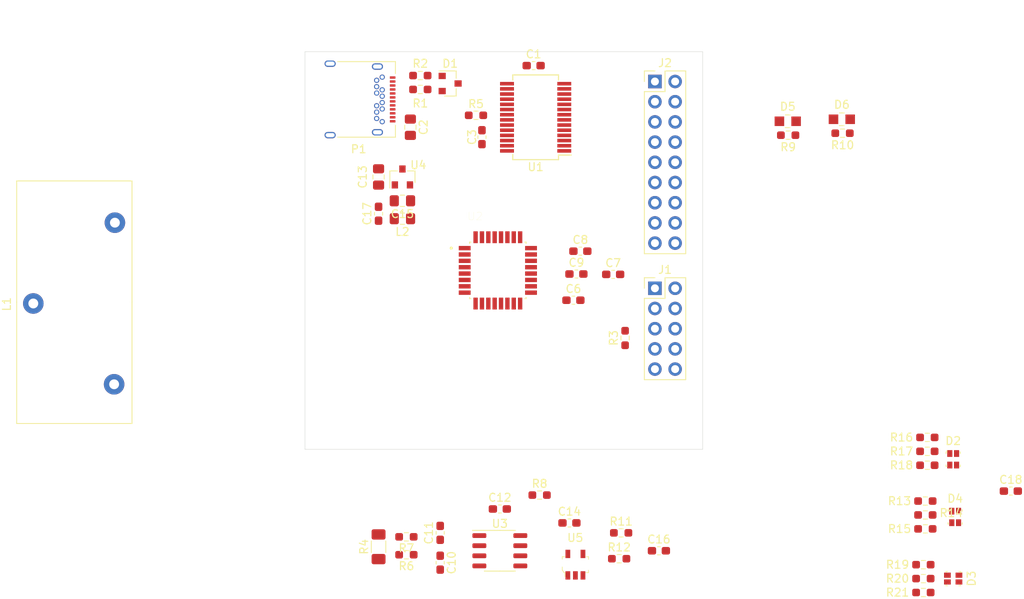
<source format=kicad_pcb>
(kicad_pcb (version 20171130) (host pcbnew "(5.1.7)-1")

  (general
    (thickness 1.6)
    (drawings 10)
    (tracks 0)
    (zones 0)
    (modules 53)
    (nets 61)
  )

  (page A4)
  (layers
    (0 F.Cu signal)
    (31 B.Cu signal)
    (32 B.Adhes user)
    (33 F.Adhes user)
    (34 B.Paste user)
    (35 F.Paste user)
    (36 B.SilkS user)
    (37 F.SilkS user)
    (38 B.Mask user)
    (39 F.Mask user)
    (40 Dwgs.User user)
    (41 Cmts.User user hide)
    (42 Eco1.User user)
    (43 Eco2.User user)
    (44 Edge.Cuts user)
    (45 Margin user)
    (46 B.CrtYd user hide)
    (47 F.CrtYd user)
    (48 B.Fab user)
    (49 F.Fab user hide)
  )

  (setup
    (last_trace_width 0.25)
    (trace_clearance 0.2)
    (zone_clearance 0.508)
    (zone_45_only no)
    (trace_min 0.2)
    (via_size 0.8)
    (via_drill 0.4)
    (via_min_size 0.4)
    (via_min_drill 0.3)
    (uvia_size 0.3)
    (uvia_drill 0.1)
    (uvias_allowed no)
    (uvia_min_size 0.2)
    (uvia_min_drill 0.1)
    (edge_width 0.05)
    (segment_width 0.2)
    (pcb_text_width 0.3)
    (pcb_text_size 1.5 1.5)
    (mod_edge_width 0.12)
    (mod_text_size 1 1)
    (mod_text_width 0.15)
    (pad_size 1.524 1.524)
    (pad_drill 0.762)
    (pad_to_mask_clearance 0)
    (aux_axis_origin 0 0)
    (visible_elements 7FFFFFFF)
    (pcbplotparams
      (layerselection 0x010fc_ffffffff)
      (usegerberextensions false)
      (usegerberattributes true)
      (usegerberadvancedattributes true)
      (creategerberjobfile true)
      (excludeedgelayer true)
      (linewidth 0.100000)
      (plotframeref false)
      (viasonmask false)
      (mode 1)
      (useauxorigin false)
      (hpglpennumber 1)
      (hpglpenspeed 20)
      (hpglpendiameter 15.000000)
      (psnegative false)
      (psa4output false)
      (plotreference true)
      (plotvalue true)
      (plotinvisibletext false)
      (padsonsilk false)
      (subtractmaskfromsilk false)
      (outputformat 1)
      (mirror false)
      (drillshape 1)
      (scaleselection 1)
      (outputdirectory ""))
  )

  (net 0 "")
  (net 1 GND)
  (net 2 "Net-(C1-Pad1)")
  (net 3 +5V_USB)
  (net 4 +3V3)
  (net 5 USB_D-)
  (net 6 USB_D+)
  (net 7 "Net-(D2-Pad3)")
  (net 8 "Net-(D2-Pad2)")
  (net 9 "Net-(D2-Pad1)")
  (net 10 "Net-(D3-Pad3)")
  (net 11 "Net-(D3-Pad2)")
  (net 12 "Net-(D3-Pad1)")
  (net 13 "Net-(D4-Pad3)")
  (net 14 "Net-(D4-Pad2)")
  (net 15 "Net-(D4-Pad1)")
  (net 16 /D-)
  (net 17 /D+)
  (net 18 "Net-(C10-Pad1)")
  (net 19 "Net-(C11-Pad1)")
  (net 20 +3.3VA)
  (net 21 "Net-(C16-Pad1)")
  (net 22 "Net-(L1-Pad2)")
  (net 23 "Net-(L1-Pad1)")
  (net 24 "Net-(R5-Pad2)")
  (net 25 "Net-(R8-Pad2)")
  (net 26 "Net-(R8-Pad1)")
  (net 27 "Net-(R9-Pad2)")
  (net 28 "Net-(R10-Pad2)")
  (net 29 "Net-(U3-Pad5)")
  (net 30 "Net-(D5-Pad1)")
  (net 31 "Net-(D6-Pad1)")
  (net 32 C2_CLK)
  (net 33 C2_DATA)
  (net 34 GPIO_2.6)
  (net 35 GPIO_2.5)
  (net 36 GPIO_2.4)
  (net 37 GPIO_2.3)
  (net 38 GPIO_2.2)
  (net 39 GPIO_2.1)
  (net 40 GPIO_2.0)
  (net 41 DAC3)
  (net 42 DAC2)
  (net 43 DAC1)
  (net 44 DAC0)
  (net 45 SPI0_CS)
  (net 46 SPI0_MISO)
  (net 47 SPI0_MOSI)
  (net 48 SPI0_SCL)
  (net 49 TIMER0_PWM)
  (net 50 TIMER1_PWM)
  (net 51 TIMER2_PWM)
  (net 52 LD2_R)
  (net 53 LD2_G)
  (net 54 LD2_B)
  (net 55 LD3_R)
  (net 56 LD3_G)
  (net 57 LD3_B)
  (net 58 RS232_RX)
  (net 59 RS232_TX)
  (net 60 GFEP_ADC)

  (net_class Default "This is the default net class."
    (clearance 0.2)
    (trace_width 0.25)
    (via_dia 0.8)
    (via_drill 0.4)
    (uvia_dia 0.3)
    (uvia_drill 0.1)
    (add_net +3.3VA)
    (add_net +3V3)
    (add_net +5V_USB)
    (add_net /D+)
    (add_net /D-)
    (add_net C2_CLK)
    (add_net C2_DATA)
    (add_net DAC0)
    (add_net DAC1)
    (add_net DAC2)
    (add_net DAC3)
    (add_net GFEP_ADC)
    (add_net GND)
    (add_net GPIO_2.0)
    (add_net GPIO_2.1)
    (add_net GPIO_2.2)
    (add_net GPIO_2.3)
    (add_net GPIO_2.4)
    (add_net GPIO_2.5)
    (add_net GPIO_2.6)
    (add_net LD2_B)
    (add_net LD2_G)
    (add_net LD2_R)
    (add_net LD3_B)
    (add_net LD3_G)
    (add_net LD3_R)
    (add_net "Net-(C1-Pad1)")
    (add_net "Net-(C10-Pad1)")
    (add_net "Net-(C11-Pad1)")
    (add_net "Net-(C16-Pad1)")
    (add_net "Net-(D2-Pad1)")
    (add_net "Net-(D2-Pad2)")
    (add_net "Net-(D2-Pad3)")
    (add_net "Net-(D3-Pad1)")
    (add_net "Net-(D3-Pad2)")
    (add_net "Net-(D3-Pad3)")
    (add_net "Net-(D4-Pad1)")
    (add_net "Net-(D4-Pad2)")
    (add_net "Net-(D4-Pad3)")
    (add_net "Net-(D5-Pad1)")
    (add_net "Net-(D6-Pad1)")
    (add_net "Net-(L1-Pad1)")
    (add_net "Net-(L1-Pad2)")
    (add_net "Net-(R10-Pad2)")
    (add_net "Net-(R5-Pad2)")
    (add_net "Net-(R8-Pad1)")
    (add_net "Net-(R8-Pad2)")
    (add_net "Net-(R9-Pad2)")
    (add_net "Net-(U3-Pad5)")
    (add_net RS232_RX)
    (add_net RS232_TX)
    (add_net SPI0_CS)
    (add_net SPI0_MISO)
    (add_net SPI0_MOSI)
    (add_net SPI0_SCL)
    (add_net TIMER0_PWM)
    (add_net TIMER1_PWM)
    (add_net TIMER2_PWM)
    (add_net USB_D+)
    (add_net USB_D-)
  )

  (module Resistor_SMD:R_0603_1608Metric_Pad0.98x0.95mm_HandSolder (layer F.Cu) (tedit 5F68FEEE) (tstamp 5FBE10B8)
    (at 140.25 80.5 90)
    (descr "Resistor SMD 0603 (1608 Metric), square (rectangular) end terminal, IPC_7351 nominal with elongated pad for handsoldering. (Body size source: IPC-SM-782 page 72, https://www.pcb-3d.com/wordpress/wp-content/uploads/ipc-sm-782a_amendment_1_and_2.pdf), generated with kicad-footprint-generator")
    (tags "resistor handsolder")
    (path /5FFF4CFC)
    (attr smd)
    (fp_text reference R3 (at 0 -1.43 90) (layer F.SilkS)
      (effects (font (size 1 1) (thickness 0.15)))
    )
    (fp_text value 1.51k (at 0 1.43 90) (layer F.Fab)
      (effects (font (size 1 1) (thickness 0.15)))
    )
    (fp_line (start 1.65 0.73) (end -1.65 0.73) (layer F.CrtYd) (width 0.05))
    (fp_line (start 1.65 -0.73) (end 1.65 0.73) (layer F.CrtYd) (width 0.05))
    (fp_line (start -1.65 -0.73) (end 1.65 -0.73) (layer F.CrtYd) (width 0.05))
    (fp_line (start -1.65 0.73) (end -1.65 -0.73) (layer F.CrtYd) (width 0.05))
    (fp_line (start -0.254724 0.5225) (end 0.254724 0.5225) (layer F.SilkS) (width 0.12))
    (fp_line (start -0.254724 -0.5225) (end 0.254724 -0.5225) (layer F.SilkS) (width 0.12))
    (fp_line (start 0.8 0.4125) (end -0.8 0.4125) (layer F.Fab) (width 0.1))
    (fp_line (start 0.8 -0.4125) (end 0.8 0.4125) (layer F.Fab) (width 0.1))
    (fp_line (start -0.8 -0.4125) (end 0.8 -0.4125) (layer F.Fab) (width 0.1))
    (fp_line (start -0.8 0.4125) (end -0.8 -0.4125) (layer F.Fab) (width 0.1))
    (fp_text user %R (at 0 0 90) (layer F.Fab)
      (effects (font (size 0.4 0.4) (thickness 0.06)))
    )
    (pad 2 smd roundrect (at 0.9125 0 90) (size 0.975 0.95) (layers F.Cu F.Paste F.Mask) (roundrect_rratio 0.25)
      (net 4 +3V3))
    (pad 1 smd roundrect (at -0.9125 0 90) (size 0.975 0.95) (layers F.Cu F.Paste F.Mask) (roundrect_rratio 0.25)
      (net 32 C2_CLK))
    (model ${KISYS3DMOD}/Resistor_SMD.3dshapes/R_0603_1608Metric.wrl
      (at (xyz 0 0 0))
      (scale (xyz 1 1 1))
      (rotate (xyz 0 0 0))
    )
  )

  (module Connector_PinHeader_2.54mm:PinHeader_2x09_P2.54mm_Vertical (layer F.Cu) (tedit 59FED5CC) (tstamp 5FBE0FD3)
    (at 144 48.25)
    (descr "Through hole straight pin header, 2x09, 2.54mm pitch, double rows")
    (tags "Through hole pin header THT 2x09 2.54mm double row")
    (path /5FD525B0)
    (fp_text reference J2 (at 1.27 -2.33) (layer F.SilkS)
      (effects (font (size 1 1) (thickness 0.15)))
    )
    (fp_text value CONN_18 (at 1.27 22.65) (layer F.Fab)
      (effects (font (size 1 1) (thickness 0.15)))
    )
    (fp_line (start 4.35 -1.8) (end -1.8 -1.8) (layer F.CrtYd) (width 0.05))
    (fp_line (start 4.35 22.1) (end 4.35 -1.8) (layer F.CrtYd) (width 0.05))
    (fp_line (start -1.8 22.1) (end 4.35 22.1) (layer F.CrtYd) (width 0.05))
    (fp_line (start -1.8 -1.8) (end -1.8 22.1) (layer F.CrtYd) (width 0.05))
    (fp_line (start -1.33 -1.33) (end 0 -1.33) (layer F.SilkS) (width 0.12))
    (fp_line (start -1.33 0) (end -1.33 -1.33) (layer F.SilkS) (width 0.12))
    (fp_line (start 1.27 -1.33) (end 3.87 -1.33) (layer F.SilkS) (width 0.12))
    (fp_line (start 1.27 1.27) (end 1.27 -1.33) (layer F.SilkS) (width 0.12))
    (fp_line (start -1.33 1.27) (end 1.27 1.27) (layer F.SilkS) (width 0.12))
    (fp_line (start 3.87 -1.33) (end 3.87 21.65) (layer F.SilkS) (width 0.12))
    (fp_line (start -1.33 1.27) (end -1.33 21.65) (layer F.SilkS) (width 0.12))
    (fp_line (start -1.33 21.65) (end 3.87 21.65) (layer F.SilkS) (width 0.12))
    (fp_line (start -1.27 0) (end 0 -1.27) (layer F.Fab) (width 0.1))
    (fp_line (start -1.27 21.59) (end -1.27 0) (layer F.Fab) (width 0.1))
    (fp_line (start 3.81 21.59) (end -1.27 21.59) (layer F.Fab) (width 0.1))
    (fp_line (start 3.81 -1.27) (end 3.81 21.59) (layer F.Fab) (width 0.1))
    (fp_line (start 0 -1.27) (end 3.81 -1.27) (layer F.Fab) (width 0.1))
    (fp_text user %R (at 1.27 10.16 90) (layer F.Fab)
      (effects (font (size 1 1) (thickness 0.15)))
    )
    (pad 18 thru_hole oval (at 2.54 20.32) (size 1.7 1.7) (drill 1) (layers *.Cu *.Mask)
      (net 1 GND))
    (pad 17 thru_hole oval (at 0 20.32) (size 1.7 1.7) (drill 1) (layers *.Cu *.Mask)
      (net 1 GND))
    (pad 16 thru_hole oval (at 2.54 17.78) (size 1.7 1.7) (drill 1) (layers *.Cu *.Mask)
      (net 34 GPIO_2.6))
    (pad 15 thru_hole oval (at 0 17.78) (size 1.7 1.7) (drill 1) (layers *.Cu *.Mask)
      (net 35 GPIO_2.5))
    (pad 14 thru_hole oval (at 2.54 15.24) (size 1.7 1.7) (drill 1) (layers *.Cu *.Mask)
      (net 36 GPIO_2.4))
    (pad 13 thru_hole oval (at 0 15.24) (size 1.7 1.7) (drill 1) (layers *.Cu *.Mask)
      (net 37 GPIO_2.3))
    (pad 12 thru_hole oval (at 2.54 12.7) (size 1.7 1.7) (drill 1) (layers *.Cu *.Mask)
      (net 38 GPIO_2.2))
    (pad 11 thru_hole oval (at 0 12.7) (size 1.7 1.7) (drill 1) (layers *.Cu *.Mask)
      (net 39 GPIO_2.1))
    (pad 10 thru_hole oval (at 2.54 10.16) (size 1.7 1.7) (drill 1) (layers *.Cu *.Mask)
      (net 40 GPIO_2.0))
    (pad 9 thru_hole oval (at 0 10.16) (size 1.7 1.7) (drill 1) (layers *.Cu *.Mask)
      (net 41 DAC3))
    (pad 8 thru_hole oval (at 2.54 7.62) (size 1.7 1.7) (drill 1) (layers *.Cu *.Mask)
      (net 42 DAC2))
    (pad 7 thru_hole oval (at 0 7.62) (size 1.7 1.7) (drill 1) (layers *.Cu *.Mask)
      (net 43 DAC1))
    (pad 6 thru_hole oval (at 2.54 5.08) (size 1.7 1.7) (drill 1) (layers *.Cu *.Mask)
      (net 44 DAC0))
    (pad 5 thru_hole oval (at 0 5.08) (size 1.7 1.7) (drill 1) (layers *.Cu *.Mask)
      (net 45 SPI0_CS))
    (pad 4 thru_hole oval (at 2.54 2.54) (size 1.7 1.7) (drill 1) (layers *.Cu *.Mask)
      (net 46 SPI0_MISO))
    (pad 3 thru_hole oval (at 0 2.54) (size 1.7 1.7) (drill 1) (layers *.Cu *.Mask)
      (net 47 SPI0_MOSI))
    (pad 2 thru_hole oval (at 2.54 0) (size 1.7 1.7) (drill 1) (layers *.Cu *.Mask)
      (net 48 SPI0_SCL))
    (pad 1 thru_hole rect (at 0 0) (size 1.7 1.7) (drill 1) (layers *.Cu *.Mask)
      (net 4 +3V3))
    (model ${KISYS3DMOD}/Connector_PinHeader_2.54mm.3dshapes/PinHeader_2x09_P2.54mm_Vertical.wrl
      (at (xyz 0 0 0))
      (scale (xyz 1 1 1))
      (rotate (xyz 0 0 0))
    )
  )

  (module Connector_PinHeader_2.54mm:PinHeader_2x05_P2.54mm_Vertical (layer F.Cu) (tedit 59FED5CC) (tstamp 5FBE0FAB)
    (at 144 74.25)
    (descr "Through hole straight pin header, 2x05, 2.54mm pitch, double rows")
    (tags "Through hole pin header THT 2x05 2.54mm double row")
    (path /5FFB0FE5)
    (fp_text reference J1 (at 1.27 -2.33) (layer F.SilkS)
      (effects (font (size 1 1) (thickness 0.15)))
    )
    (fp_text value Conn_02x05_Odd_Even (at 1.27 12.49) (layer F.Fab)
      (effects (font (size 1 1) (thickness 0.15)))
    )
    (fp_line (start 4.35 -1.8) (end -1.8 -1.8) (layer F.CrtYd) (width 0.05))
    (fp_line (start 4.35 11.95) (end 4.35 -1.8) (layer F.CrtYd) (width 0.05))
    (fp_line (start -1.8 11.95) (end 4.35 11.95) (layer F.CrtYd) (width 0.05))
    (fp_line (start -1.8 -1.8) (end -1.8 11.95) (layer F.CrtYd) (width 0.05))
    (fp_line (start -1.33 -1.33) (end 0 -1.33) (layer F.SilkS) (width 0.12))
    (fp_line (start -1.33 0) (end -1.33 -1.33) (layer F.SilkS) (width 0.12))
    (fp_line (start 1.27 -1.33) (end 3.87 -1.33) (layer F.SilkS) (width 0.12))
    (fp_line (start 1.27 1.27) (end 1.27 -1.33) (layer F.SilkS) (width 0.12))
    (fp_line (start -1.33 1.27) (end 1.27 1.27) (layer F.SilkS) (width 0.12))
    (fp_line (start 3.87 -1.33) (end 3.87 11.49) (layer F.SilkS) (width 0.12))
    (fp_line (start -1.33 1.27) (end -1.33 11.49) (layer F.SilkS) (width 0.12))
    (fp_line (start -1.33 11.49) (end 3.87 11.49) (layer F.SilkS) (width 0.12))
    (fp_line (start -1.27 0) (end 0 -1.27) (layer F.Fab) (width 0.1))
    (fp_line (start -1.27 11.43) (end -1.27 0) (layer F.Fab) (width 0.1))
    (fp_line (start 3.81 11.43) (end -1.27 11.43) (layer F.Fab) (width 0.1))
    (fp_line (start 3.81 -1.27) (end 3.81 11.43) (layer F.Fab) (width 0.1))
    (fp_line (start 0 -1.27) (end 3.81 -1.27) (layer F.Fab) (width 0.1))
    (fp_text user %R (at 1.27 5.08 90) (layer F.Fab)
      (effects (font (size 1 1) (thickness 0.15)))
    )
    (pad 10 thru_hole oval (at 2.54 10.16) (size 1.7 1.7) (drill 1) (layers *.Cu *.Mask))
    (pad 9 thru_hole oval (at 0 10.16) (size 1.7 1.7) (drill 1) (layers *.Cu *.Mask)
      (net 1 GND))
    (pad 8 thru_hole oval (at 2.54 7.62) (size 1.7 1.7) (drill 1) (layers *.Cu *.Mask))
    (pad 7 thru_hole oval (at 0 7.62) (size 1.7 1.7) (drill 1) (layers *.Cu *.Mask)
      (net 32 C2_CLK))
    (pad 6 thru_hole oval (at 2.54 5.08) (size 1.7 1.7) (drill 1) (layers *.Cu *.Mask))
    (pad 5 thru_hole oval (at 0 5.08) (size 1.7 1.7) (drill 1) (layers *.Cu *.Mask))
    (pad 4 thru_hole oval (at 2.54 2.54) (size 1.7 1.7) (drill 1) (layers *.Cu *.Mask)
      (net 33 C2_DATA))
    (pad 3 thru_hole oval (at 0 2.54) (size 1.7 1.7) (drill 1) (layers *.Cu *.Mask)
      (net 1 GND))
    (pad 2 thru_hole oval (at 2.54 0) (size 1.7 1.7) (drill 1) (layers *.Cu *.Mask)
      (net 1 GND))
    (pad 1 thru_hole rect (at 0 0) (size 1.7 1.7) (drill 1) (layers *.Cu *.Mask))
    (model ${KISYS3DMOD}/Connector_PinHeader_2.54mm.3dshapes/PinHeader_2x05_P2.54mm_Vertical.wrl
      (at (xyz 0 0 0))
      (scale (xyz 1 1 1))
      (rotate (xyz 0 0 0))
    )
  )

  (module Package_SO:SO-8_3.9x4.9mm_P1.27mm (layer F.Cu) (tedit 5D9F72B1) (tstamp 5FBA73AD)
    (at 124.5 107.25)
    (descr "SO, 8 Pin (https://www.nxp.com/docs/en/data-sheet/PCF8523.pdf), generated with kicad-footprint-generator ipc_gullwing_generator.py")
    (tags "SO SO")
    (path /5FD68A59)
    (attr smd)
    (fp_text reference U3 (at 0 -3.4) (layer F.SilkS)
      (effects (font (size 1 1) (thickness 0.15)))
    )
    (fp_text value AD623AR (at 0 3.4) (layer F.Fab)
      (effects (font (size 1 1) (thickness 0.15)))
    )
    (fp_line (start 0 2.56) (end 1.95 2.56) (layer F.SilkS) (width 0.12))
    (fp_line (start 0 2.56) (end -1.95 2.56) (layer F.SilkS) (width 0.12))
    (fp_line (start 0 -2.56) (end 1.95 -2.56) (layer F.SilkS) (width 0.12))
    (fp_line (start 0 -2.56) (end -3.45 -2.56) (layer F.SilkS) (width 0.12))
    (fp_line (start -0.975 -2.45) (end 1.95 -2.45) (layer F.Fab) (width 0.1))
    (fp_line (start 1.95 -2.45) (end 1.95 2.45) (layer F.Fab) (width 0.1))
    (fp_line (start 1.95 2.45) (end -1.95 2.45) (layer F.Fab) (width 0.1))
    (fp_line (start -1.95 2.45) (end -1.95 -1.475) (layer F.Fab) (width 0.1))
    (fp_line (start -1.95 -1.475) (end -0.975 -2.45) (layer F.Fab) (width 0.1))
    (fp_line (start -3.7 -2.7) (end -3.7 2.7) (layer F.CrtYd) (width 0.05))
    (fp_line (start -3.7 2.7) (end 3.7 2.7) (layer F.CrtYd) (width 0.05))
    (fp_line (start 3.7 2.7) (end 3.7 -2.7) (layer F.CrtYd) (width 0.05))
    (fp_line (start 3.7 -2.7) (end -3.7 -2.7) (layer F.CrtYd) (width 0.05))
    (fp_text user %R (at 0 0) (layer F.Fab)
      (effects (font (size 0.98 0.98) (thickness 0.15)))
    )
    (pad 8 smd roundrect (at 2.575 -1.905) (size 1.75 0.6) (layers F.Cu F.Paste F.Mask) (roundrect_rratio 0.25)
      (net 26 "Net-(R8-Pad1)"))
    (pad 7 smd roundrect (at 2.575 -0.635) (size 1.75 0.6) (layers F.Cu F.Paste F.Mask) (roundrect_rratio 0.25)
      (net 20 +3.3VA))
    (pad 6 smd roundrect (at 2.575 0.635) (size 1.75 0.6) (layers F.Cu F.Paste F.Mask) (roundrect_rratio 0.25)
      (net 60 GFEP_ADC))
    (pad 5 smd roundrect (at 2.575 1.905) (size 1.75 0.6) (layers F.Cu F.Paste F.Mask) (roundrect_rratio 0.25)
      (net 29 "Net-(U3-Pad5)"))
    (pad 4 smd roundrect (at -2.575 1.905) (size 1.75 0.6) (layers F.Cu F.Paste F.Mask) (roundrect_rratio 0.25)
      (net 1 GND))
    (pad 3 smd roundrect (at -2.575 0.635) (size 1.75 0.6) (layers F.Cu F.Paste F.Mask) (roundrect_rratio 0.25)
      (net 18 "Net-(C10-Pad1)"))
    (pad 2 smd roundrect (at -2.575 -0.635) (size 1.75 0.6) (layers F.Cu F.Paste F.Mask) (roundrect_rratio 0.25)
      (net 19 "Net-(C11-Pad1)"))
    (pad 1 smd roundrect (at -2.575 -1.905) (size 1.75 0.6) (layers F.Cu F.Paste F.Mask) (roundrect_rratio 0.25)
      (net 25 "Net-(R8-Pad2)"))
    (model ${KISYS3DMOD}/Package_SO.3dshapes/SO-8_3.9x4.9mm_P1.27mm.wrl
      (at (xyz 0 0 0))
      (scale (xyz 1 1 1))
      (rotate (xyz 0 0 0))
    )
  )

  (module "GFEP Eval:AC1030" (layer F.Cu) (tedit 5FB9A870) (tstamp 5FBA5B6B)
    (at 71 76 270)
    (path /5FCE7E5F)
    (fp_text reference L1 (at 0.25 8.5 90) (layer F.SilkS)
      (effects (font (size 1 1) (thickness 0.15)))
    )
    (fp_text value AC1030 (at 0 -8.25 90) (layer F.Fab)
      (effects (font (size 1 1) (thickness 0.15)))
    )
    (fp_line (start 0 7.25) (end 15.25 7.25) (layer F.SilkS) (width 0.12))
    (fp_line (start 0 -7.25) (end 15.25 -7.25) (layer F.SilkS) (width 0.12))
    (fp_line (start 15.25 7.25) (end 15.25 -7.25) (layer F.SilkS) (width 0.12))
    (fp_line (start 0 -7.25) (end -15.25 -7.25) (layer F.SilkS) (width 0.12))
    (fp_line (start 0 7.25) (end -15.25 7.25) (layer F.SilkS) (width 0.12))
    (fp_line (start -15.25 7.25) (end -15.25 -7.25) (layer F.SilkS) (width 0.12))
    (pad 2 thru_hole circle (at -10 -5.1 270) (size 2.58 2.58) (drill 1.24) (layers *.Cu *.Mask)
      (net 22 "Net-(L1-Pad2)"))
    (pad 3 thru_hole circle (at 0.16 5.16 270) (size 2.58 2.58) (drill 1.24) (layers *.Cu *.Mask))
    (pad 1 thru_hole circle (at 10.32 -5 270) (size 2.58 2.58) (drill 1.24) (layers *.Cu *.Mask)
      (net 23 "Net-(L1-Pad1)") (zone_connect 2))
  )

  (module digikey-footprints:SOT-753 (layer F.Cu) (tedit 5D28A654) (tstamp 5FBA4371)
    (at 134 109)
    (path /5FE2EA4B)
    (attr smd)
    (fp_text reference U5 (at -0.025 -3.375) (layer F.SilkS)
      (effects (font (size 1 1) (thickness 0.15)))
    )
    (fp_text value NC7SZ125M5X (at 0.35 4.025) (layer F.Fab)
      (effects (font (size 1 1) (thickness 0.15)))
    )
    (fp_line (start -1.825 2.125) (end -1.825 -2.125) (layer F.CrtYd) (width 0.05))
    (fp_line (start 1.825 2.125) (end -1.825 2.125) (layer F.CrtYd) (width 0.05))
    (fp_line (start 1.825 -2.125) (end 1.825 2.125) (layer F.CrtYd) (width 0.05))
    (fp_line (start -1.825 -2.125) (end 1.825 -2.125) (layer F.CrtYd) (width 0.05))
    (fp_line (start -1.325 -1) (end -1.65 -1) (layer F.SilkS) (width 0.1))
    (fp_line (start -1.65 -1) (end -1.65 -0.7) (layer F.SilkS) (width 0.1))
    (fp_line (start 1.325 1) (end 1.65 1) (layer F.SilkS) (width 0.1))
    (fp_line (start 1.65 1) (end 1.65 0.7) (layer F.SilkS) (width 0.1))
    (fp_line (start 1.35 -1) (end 1.65 -1) (layer F.SilkS) (width 0.1))
    (fp_line (start 1.65 -1) (end 1.65 -0.675) (layer F.SilkS) (width 0.1))
    (fp_line (start -1.65 0.675) (end -1.425 1) (layer F.SilkS) (width 0.1))
    (fp_line (start -1.425 1) (end -1.325 1) (layer F.SilkS) (width 0.1))
    (fp_line (start -1.325 1) (end -1.325 1.525) (layer F.SilkS) (width 0.1))
    (fp_line (start -1.65 0.675) (end -1.65 0.3) (layer F.SilkS) (width 0.1))
    (fp_line (start -1.525 0.625) (end -1.525 -0.875) (layer F.Fab) (width 0.1))
    (fp_line (start -1.35 0.875) (end 1.525 0.875) (layer F.Fab) (width 0.1))
    (fp_line (start -1.525 0.625) (end -1.35 0.875) (layer F.Fab) (width 0.1))
    (fp_line (start 1.525 -0.875) (end 1.525 0.875) (layer F.Fab) (width 0.1))
    (fp_line (start -1.525 -0.875) (end 1.525 -0.875) (layer F.Fab) (width 0.1))
    (fp_text user %R (at 0 0.1) (layer F.Fab)
      (effects (font (size 0.75 0.75) (thickness 0.075)))
    )
    (pad 1 smd rect (at -0.95 1.35) (size 0.6 1.05) (layers F.Cu F.Paste F.Mask)
      (net 4 +3V3) (solder_mask_margin 0.07))
    (pad 2 smd rect (at 0 1.35) (size 0.6 1.05) (layers F.Cu F.Paste F.Mask)
      (net 21 "Net-(C16-Pad1)") (solder_mask_margin 0.07))
    (pad 3 smd rect (at 0.95 1.35) (size 0.6 1.05) (layers F.Cu F.Paste F.Mask)
      (net 1 GND) (solder_mask_margin 0.07))
    (pad 4 smd rect (at 0.95 -1.35) (size 0.6 1.05) (layers F.Cu F.Paste F.Mask)
      (net 29 "Net-(U3-Pad5)") (solder_mask_margin 0.07))
    (pad 5 smd rect (at -0.95 -1.35) (size 0.6 1.05) (layers F.Cu F.Paste F.Mask)
      (net 4 +3V3) (solder_mask_margin 0.07))
  )

  (module Package_TO_SOT_SMD:SOT-23 (layer F.Cu) (tedit 5A02FF57) (tstamp 5FBA4354)
    (at 112.25 60.25 90)
    (descr "SOT-23, Standard")
    (tags SOT-23)
    (path /5FC9D2F8)
    (attr smd)
    (fp_text reference U4 (at 1.5 2 180) (layer F.SilkS)
      (effects (font (size 1 1) (thickness 0.15)))
    )
    (fp_text value MCP1703A (at 0 2.5 90) (layer F.Fab)
      (effects (font (size 1 1) (thickness 0.15)))
    )
    (fp_line (start -0.7 -0.95) (end -0.7 1.5) (layer F.Fab) (width 0.1))
    (fp_line (start -0.15 -1.52) (end 0.7 -1.52) (layer F.Fab) (width 0.1))
    (fp_line (start -0.7 -0.95) (end -0.15 -1.52) (layer F.Fab) (width 0.1))
    (fp_line (start 0.7 -1.52) (end 0.7 1.52) (layer F.Fab) (width 0.1))
    (fp_line (start -0.7 1.52) (end 0.7 1.52) (layer F.Fab) (width 0.1))
    (fp_line (start 0.76 1.58) (end 0.76 0.65) (layer F.SilkS) (width 0.12))
    (fp_line (start 0.76 -1.58) (end 0.76 -0.65) (layer F.SilkS) (width 0.12))
    (fp_line (start -1.7 -1.75) (end 1.7 -1.75) (layer F.CrtYd) (width 0.05))
    (fp_line (start 1.7 -1.75) (end 1.7 1.75) (layer F.CrtYd) (width 0.05))
    (fp_line (start 1.7 1.75) (end -1.7 1.75) (layer F.CrtYd) (width 0.05))
    (fp_line (start -1.7 1.75) (end -1.7 -1.75) (layer F.CrtYd) (width 0.05))
    (fp_line (start 0.76 -1.58) (end -1.4 -1.58) (layer F.SilkS) (width 0.12))
    (fp_line (start 0.76 1.58) (end -0.7 1.58) (layer F.SilkS) (width 0.12))
    (fp_text user %R (at 0 0) (layer F.Fab)
      (effects (font (size 0.5 0.5) (thickness 0.075)))
    )
    (pad 3 smd rect (at 1 0 90) (size 0.9 0.8) (layers F.Cu F.Paste F.Mask)
      (net 3 +5V_USB))
    (pad 2 smd rect (at -1 0.95 90) (size 0.9 0.8) (layers F.Cu F.Paste F.Mask)
      (net 4 +3V3))
    (pad 1 smd rect (at -1 -0.95 90) (size 0.9 0.8) (layers F.Cu F.Paste F.Mask)
      (net 1 GND))
    (model ${KISYS3DMOD}/Package_TO_SOT_SMD.3dshapes/SOT-23.wrl
      (at (xyz 0 0 0))
      (scale (xyz 1 1 1))
      (rotate (xyz 0 0 0))
    )
  )

  (module Resistor_SMD:R_0603_1608Metric_Pad0.98x0.95mm_HandSolder (layer F.Cu) (tedit 5F68FEEE) (tstamp 5FBA4275)
    (at 177.75 112.5 180)
    (descr "Resistor SMD 0603 (1608 Metric), square (rectangular) end terminal, IPC_7351 nominal with elongated pad for handsoldering. (Body size source: IPC-SM-782 page 72, https://www.pcb-3d.com/wordpress/wp-content/uploads/ipc-sm-782a_amendment_1_and_2.pdf), generated with kicad-footprint-generator")
    (tags "resistor handsolder")
    (path /5FC2C79B)
    (attr smd)
    (fp_text reference R21 (at 3.25 0) (layer F.SilkS)
      (effects (font (size 1 1) (thickness 0.15)))
    )
    (fp_text value 499 (at 0 1.43) (layer F.Fab)
      (effects (font (size 1 1) (thickness 0.15)))
    )
    (fp_line (start -0.8 0.4125) (end -0.8 -0.4125) (layer F.Fab) (width 0.1))
    (fp_line (start -0.8 -0.4125) (end 0.8 -0.4125) (layer F.Fab) (width 0.1))
    (fp_line (start 0.8 -0.4125) (end 0.8 0.4125) (layer F.Fab) (width 0.1))
    (fp_line (start 0.8 0.4125) (end -0.8 0.4125) (layer F.Fab) (width 0.1))
    (fp_line (start -0.254724 -0.5225) (end 0.254724 -0.5225) (layer F.SilkS) (width 0.12))
    (fp_line (start -0.254724 0.5225) (end 0.254724 0.5225) (layer F.SilkS) (width 0.12))
    (fp_line (start -1.65 0.73) (end -1.65 -0.73) (layer F.CrtYd) (width 0.05))
    (fp_line (start -1.65 -0.73) (end 1.65 -0.73) (layer F.CrtYd) (width 0.05))
    (fp_line (start 1.65 -0.73) (end 1.65 0.73) (layer F.CrtYd) (width 0.05))
    (fp_line (start 1.65 0.73) (end -1.65 0.73) (layer F.CrtYd) (width 0.05))
    (fp_text user %R (at 0 0) (layer F.Fab)
      (effects (font (size 0.4 0.4) (thickness 0.06)))
    )
    (pad 2 smd roundrect (at 0.9125 0 180) (size 0.975 0.95) (layers F.Cu F.Paste F.Mask) (roundrect_rratio 0.25)
      (net 57 LD3_B))
    (pad 1 smd roundrect (at -0.9125 0 180) (size 0.975 0.95) (layers F.Cu F.Paste F.Mask) (roundrect_rratio 0.25)
      (net 10 "Net-(D3-Pad3)"))
    (model ${KISYS3DMOD}/Resistor_SMD.3dshapes/R_0603_1608Metric.wrl
      (at (xyz 0 0 0))
      (scale (xyz 1 1 1))
      (rotate (xyz 0 0 0))
    )
  )

  (module Resistor_SMD:R_0603_1608Metric_Pad0.98x0.95mm_HandSolder (layer F.Cu) (tedit 5F68FEEE) (tstamp 5FBA4264)
    (at 177.75 110.75 180)
    (descr "Resistor SMD 0603 (1608 Metric), square (rectangular) end terminal, IPC_7351 nominal with elongated pad for handsoldering. (Body size source: IPC-SM-782 page 72, https://www.pcb-3d.com/wordpress/wp-content/uploads/ipc-sm-782a_amendment_1_and_2.pdf), generated with kicad-footprint-generator")
    (tags "resistor handsolder")
    (path /5FC2C37A)
    (attr smd)
    (fp_text reference R20 (at 3.25 0) (layer F.SilkS)
      (effects (font (size 1 1) (thickness 0.15)))
    )
    (fp_text value 499 (at 0 1.43) (layer F.Fab)
      (effects (font (size 1 1) (thickness 0.15)))
    )
    (fp_line (start -0.8 0.4125) (end -0.8 -0.4125) (layer F.Fab) (width 0.1))
    (fp_line (start -0.8 -0.4125) (end 0.8 -0.4125) (layer F.Fab) (width 0.1))
    (fp_line (start 0.8 -0.4125) (end 0.8 0.4125) (layer F.Fab) (width 0.1))
    (fp_line (start 0.8 0.4125) (end -0.8 0.4125) (layer F.Fab) (width 0.1))
    (fp_line (start -0.254724 -0.5225) (end 0.254724 -0.5225) (layer F.SilkS) (width 0.12))
    (fp_line (start -0.254724 0.5225) (end 0.254724 0.5225) (layer F.SilkS) (width 0.12))
    (fp_line (start -1.65 0.73) (end -1.65 -0.73) (layer F.CrtYd) (width 0.05))
    (fp_line (start -1.65 -0.73) (end 1.65 -0.73) (layer F.CrtYd) (width 0.05))
    (fp_line (start 1.65 -0.73) (end 1.65 0.73) (layer F.CrtYd) (width 0.05))
    (fp_line (start 1.65 0.73) (end -1.65 0.73) (layer F.CrtYd) (width 0.05))
    (fp_text user %R (at 0 0) (layer F.Fab)
      (effects (font (size 0.4 0.4) (thickness 0.06)))
    )
    (pad 2 smd roundrect (at 0.9125 0 180) (size 0.975 0.95) (layers F.Cu F.Paste F.Mask) (roundrect_rratio 0.25)
      (net 56 LD3_G))
    (pad 1 smd roundrect (at -0.9125 0 180) (size 0.975 0.95) (layers F.Cu F.Paste F.Mask) (roundrect_rratio 0.25)
      (net 11 "Net-(D3-Pad2)"))
    (model ${KISYS3DMOD}/Resistor_SMD.3dshapes/R_0603_1608Metric.wrl
      (at (xyz 0 0 0))
      (scale (xyz 1 1 1))
      (rotate (xyz 0 0 0))
    )
  )

  (module Resistor_SMD:R_0603_1608Metric_Pad0.98x0.95mm_HandSolder (layer F.Cu) (tedit 5F68FEEE) (tstamp 5FBA4253)
    (at 177.75 109 180)
    (descr "Resistor SMD 0603 (1608 Metric), square (rectangular) end terminal, IPC_7351 nominal with elongated pad for handsoldering. (Body size source: IPC-SM-782 page 72, https://www.pcb-3d.com/wordpress/wp-content/uploads/ipc-sm-782a_amendment_1_and_2.pdf), generated with kicad-footprint-generator")
    (tags "resistor handsolder")
    (path /5FC2A807)
    (attr smd)
    (fp_text reference R19 (at 3.25 0) (layer F.SilkS)
      (effects (font (size 1 1) (thickness 0.15)))
    )
    (fp_text value 1.51k (at 0 1.43) (layer F.Fab)
      (effects (font (size 1 1) (thickness 0.15)))
    )
    (fp_line (start -0.8 0.4125) (end -0.8 -0.4125) (layer F.Fab) (width 0.1))
    (fp_line (start -0.8 -0.4125) (end 0.8 -0.4125) (layer F.Fab) (width 0.1))
    (fp_line (start 0.8 -0.4125) (end 0.8 0.4125) (layer F.Fab) (width 0.1))
    (fp_line (start 0.8 0.4125) (end -0.8 0.4125) (layer F.Fab) (width 0.1))
    (fp_line (start -0.254724 -0.5225) (end 0.254724 -0.5225) (layer F.SilkS) (width 0.12))
    (fp_line (start -0.254724 0.5225) (end 0.254724 0.5225) (layer F.SilkS) (width 0.12))
    (fp_line (start -1.65 0.73) (end -1.65 -0.73) (layer F.CrtYd) (width 0.05))
    (fp_line (start -1.65 -0.73) (end 1.65 -0.73) (layer F.CrtYd) (width 0.05))
    (fp_line (start 1.65 -0.73) (end 1.65 0.73) (layer F.CrtYd) (width 0.05))
    (fp_line (start 1.65 0.73) (end -1.65 0.73) (layer F.CrtYd) (width 0.05))
    (fp_text user %R (at 0 0) (layer F.Fab)
      (effects (font (size 0.4 0.4) (thickness 0.06)))
    )
    (pad 2 smd roundrect (at 0.9125 0 180) (size 0.975 0.95) (layers F.Cu F.Paste F.Mask) (roundrect_rratio 0.25)
      (net 55 LD3_R))
    (pad 1 smd roundrect (at -0.9125 0 180) (size 0.975 0.95) (layers F.Cu F.Paste F.Mask) (roundrect_rratio 0.25)
      (net 12 "Net-(D3-Pad1)"))
    (model ${KISYS3DMOD}/Resistor_SMD.3dshapes/R_0603_1608Metric.wrl
      (at (xyz 0 0 0))
      (scale (xyz 1 1 1))
      (rotate (xyz 0 0 0))
    )
  )

  (module Resistor_SMD:R_0603_1608Metric_Pad0.98x0.95mm_HandSolder (layer F.Cu) (tedit 5F68FEEE) (tstamp 5FC05DF3)
    (at 178.25 96.5 180)
    (descr "Resistor SMD 0603 (1608 Metric), square (rectangular) end terminal, IPC_7351 nominal with elongated pad for handsoldering. (Body size source: IPC-SM-782 page 72, https://www.pcb-3d.com/wordpress/wp-content/uploads/ipc-sm-782a_amendment_1_and_2.pdf), generated with kicad-footprint-generator")
    (tags "resistor handsolder")
    (path /5FC2A491)
    (attr smd)
    (fp_text reference R18 (at 3.25 0) (layer F.SilkS)
      (effects (font (size 1 1) (thickness 0.15)))
    )
    (fp_text value 499 (at 0 1.43) (layer F.Fab)
      (effects (font (size 1 1) (thickness 0.15)))
    )
    (fp_line (start -0.8 0.4125) (end -0.8 -0.4125) (layer F.Fab) (width 0.1))
    (fp_line (start -0.8 -0.4125) (end 0.8 -0.4125) (layer F.Fab) (width 0.1))
    (fp_line (start 0.8 -0.4125) (end 0.8 0.4125) (layer F.Fab) (width 0.1))
    (fp_line (start 0.8 0.4125) (end -0.8 0.4125) (layer F.Fab) (width 0.1))
    (fp_line (start -0.254724 -0.5225) (end 0.254724 -0.5225) (layer F.SilkS) (width 0.12))
    (fp_line (start -0.254724 0.5225) (end 0.254724 0.5225) (layer F.SilkS) (width 0.12))
    (fp_line (start -1.65 0.73) (end -1.65 -0.73) (layer F.CrtYd) (width 0.05))
    (fp_line (start -1.65 -0.73) (end 1.65 -0.73) (layer F.CrtYd) (width 0.05))
    (fp_line (start 1.65 -0.73) (end 1.65 0.73) (layer F.CrtYd) (width 0.05))
    (fp_line (start 1.65 0.73) (end -1.65 0.73) (layer F.CrtYd) (width 0.05))
    (fp_text user %R (at 0 0) (layer F.Fab)
      (effects (font (size 0.4 0.4) (thickness 0.06)))
    )
    (pad 2 smd roundrect (at 0.9125 0 180) (size 0.975 0.95) (layers F.Cu F.Paste F.Mask) (roundrect_rratio 0.25)
      (net 54 LD2_B))
    (pad 1 smd roundrect (at -0.9125 0 180) (size 0.975 0.95) (layers F.Cu F.Paste F.Mask) (roundrect_rratio 0.25)
      (net 7 "Net-(D2-Pad3)"))
    (model ${KISYS3DMOD}/Resistor_SMD.3dshapes/R_0603_1608Metric.wrl
      (at (xyz 0 0 0))
      (scale (xyz 1 1 1))
      (rotate (xyz 0 0 0))
    )
  )

  (module Resistor_SMD:R_0603_1608Metric_Pad0.98x0.95mm_HandSolder (layer F.Cu) (tedit 5F68FEEE) (tstamp 5FC05E23)
    (at 178.25 94.75 180)
    (descr "Resistor SMD 0603 (1608 Metric), square (rectangular) end terminal, IPC_7351 nominal with elongated pad for handsoldering. (Body size source: IPC-SM-782 page 72, https://www.pcb-3d.com/wordpress/wp-content/uploads/ipc-sm-782a_amendment_1_and_2.pdf), generated with kicad-footprint-generator")
    (tags "resistor handsolder")
    (path /5FC2A032)
    (attr smd)
    (fp_text reference R17 (at 3.25 0) (layer F.SilkS)
      (effects (font (size 1 1) (thickness 0.15)))
    )
    (fp_text value 499 (at 0 1.43) (layer F.Fab)
      (effects (font (size 1 1) (thickness 0.15)))
    )
    (fp_line (start -0.8 0.4125) (end -0.8 -0.4125) (layer F.Fab) (width 0.1))
    (fp_line (start -0.8 -0.4125) (end 0.8 -0.4125) (layer F.Fab) (width 0.1))
    (fp_line (start 0.8 -0.4125) (end 0.8 0.4125) (layer F.Fab) (width 0.1))
    (fp_line (start 0.8 0.4125) (end -0.8 0.4125) (layer F.Fab) (width 0.1))
    (fp_line (start -0.254724 -0.5225) (end 0.254724 -0.5225) (layer F.SilkS) (width 0.12))
    (fp_line (start -0.254724 0.5225) (end 0.254724 0.5225) (layer F.SilkS) (width 0.12))
    (fp_line (start -1.65 0.73) (end -1.65 -0.73) (layer F.CrtYd) (width 0.05))
    (fp_line (start -1.65 -0.73) (end 1.65 -0.73) (layer F.CrtYd) (width 0.05))
    (fp_line (start 1.65 -0.73) (end 1.65 0.73) (layer F.CrtYd) (width 0.05))
    (fp_line (start 1.65 0.73) (end -1.65 0.73) (layer F.CrtYd) (width 0.05))
    (fp_text user %R (at 0 0) (layer F.Fab)
      (effects (font (size 0.4 0.4) (thickness 0.06)))
    )
    (pad 2 smd roundrect (at 0.9125 0 180) (size 0.975 0.95) (layers F.Cu F.Paste F.Mask) (roundrect_rratio 0.25)
      (net 53 LD2_G))
    (pad 1 smd roundrect (at -0.9125 0 180) (size 0.975 0.95) (layers F.Cu F.Paste F.Mask) (roundrect_rratio 0.25)
      (net 8 "Net-(D2-Pad2)"))
    (model ${KISYS3DMOD}/Resistor_SMD.3dshapes/R_0603_1608Metric.wrl
      (at (xyz 0 0 0))
      (scale (xyz 1 1 1))
      (rotate (xyz 0 0 0))
    )
  )

  (module Resistor_SMD:R_0603_1608Metric_Pad0.98x0.95mm_HandSolder (layer F.Cu) (tedit 5F68FEEE) (tstamp 5FC05DC3)
    (at 178.25 93 180)
    (descr "Resistor SMD 0603 (1608 Metric), square (rectangular) end terminal, IPC_7351 nominal with elongated pad for handsoldering. (Body size source: IPC-SM-782 page 72, https://www.pcb-3d.com/wordpress/wp-content/uploads/ipc-sm-782a_amendment_1_and_2.pdf), generated with kicad-footprint-generator")
    (tags "resistor handsolder")
    (path /5FC29C0B)
    (attr smd)
    (fp_text reference R16 (at 3.25 0) (layer F.SilkS)
      (effects (font (size 1 1) (thickness 0.15)))
    )
    (fp_text value 1.51k (at 0 1.43) (layer F.Fab)
      (effects (font (size 1 1) (thickness 0.15)))
    )
    (fp_line (start -0.8 0.4125) (end -0.8 -0.4125) (layer F.Fab) (width 0.1))
    (fp_line (start -0.8 -0.4125) (end 0.8 -0.4125) (layer F.Fab) (width 0.1))
    (fp_line (start 0.8 -0.4125) (end 0.8 0.4125) (layer F.Fab) (width 0.1))
    (fp_line (start 0.8 0.4125) (end -0.8 0.4125) (layer F.Fab) (width 0.1))
    (fp_line (start -0.254724 -0.5225) (end 0.254724 -0.5225) (layer F.SilkS) (width 0.12))
    (fp_line (start -0.254724 0.5225) (end 0.254724 0.5225) (layer F.SilkS) (width 0.12))
    (fp_line (start -1.65 0.73) (end -1.65 -0.73) (layer F.CrtYd) (width 0.05))
    (fp_line (start -1.65 -0.73) (end 1.65 -0.73) (layer F.CrtYd) (width 0.05))
    (fp_line (start 1.65 -0.73) (end 1.65 0.73) (layer F.CrtYd) (width 0.05))
    (fp_line (start 1.65 0.73) (end -1.65 0.73) (layer F.CrtYd) (width 0.05))
    (fp_text user %R (at 0 0) (layer F.Fab)
      (effects (font (size 0.4 0.4) (thickness 0.06)))
    )
    (pad 2 smd roundrect (at 0.9125 0 180) (size 0.975 0.95) (layers F.Cu F.Paste F.Mask) (roundrect_rratio 0.25)
      (net 52 LD2_R))
    (pad 1 smd roundrect (at -0.9125 0 180) (size 0.975 0.95) (layers F.Cu F.Paste F.Mask) (roundrect_rratio 0.25)
      (net 9 "Net-(D2-Pad1)"))
    (model ${KISYS3DMOD}/Resistor_SMD.3dshapes/R_0603_1608Metric.wrl
      (at (xyz 0 0 0))
      (scale (xyz 1 1 1))
      (rotate (xyz 0 0 0))
    )
  )

  (module Resistor_SMD:R_0603_1608Metric_Pad0.98x0.95mm_HandSolder (layer F.Cu) (tedit 5F68FEEE) (tstamp 5FBA420F)
    (at 178 104.5 180)
    (descr "Resistor SMD 0603 (1608 Metric), square (rectangular) end terminal, IPC_7351 nominal with elongated pad for handsoldering. (Body size source: IPC-SM-782 page 72, https://www.pcb-3d.com/wordpress/wp-content/uploads/ipc-sm-782a_amendment_1_and_2.pdf), generated with kicad-footprint-generator")
    (tags "resistor handsolder")
    (path /5FC29739)
    (attr smd)
    (fp_text reference R15 (at 3.25 0) (layer F.SilkS)
      (effects (font (size 1 1) (thickness 0.15)))
    )
    (fp_text value 499 (at 0 1.43) (layer F.Fab)
      (effects (font (size 1 1) (thickness 0.15)))
    )
    (fp_line (start -0.8 0.4125) (end -0.8 -0.4125) (layer F.Fab) (width 0.1))
    (fp_line (start -0.8 -0.4125) (end 0.8 -0.4125) (layer F.Fab) (width 0.1))
    (fp_line (start 0.8 -0.4125) (end 0.8 0.4125) (layer F.Fab) (width 0.1))
    (fp_line (start 0.8 0.4125) (end -0.8 0.4125) (layer F.Fab) (width 0.1))
    (fp_line (start -0.254724 -0.5225) (end 0.254724 -0.5225) (layer F.SilkS) (width 0.12))
    (fp_line (start -0.254724 0.5225) (end 0.254724 0.5225) (layer F.SilkS) (width 0.12))
    (fp_line (start -1.65 0.73) (end -1.65 -0.73) (layer F.CrtYd) (width 0.05))
    (fp_line (start -1.65 -0.73) (end 1.65 -0.73) (layer F.CrtYd) (width 0.05))
    (fp_line (start 1.65 -0.73) (end 1.65 0.73) (layer F.CrtYd) (width 0.05))
    (fp_line (start 1.65 0.73) (end -1.65 0.73) (layer F.CrtYd) (width 0.05))
    (fp_text user %R (at 0 0) (layer F.Fab)
      (effects (font (size 0.4 0.4) (thickness 0.06)))
    )
    (pad 2 smd roundrect (at 0.9125 0 180) (size 0.975 0.95) (layers F.Cu F.Paste F.Mask) (roundrect_rratio 0.25)
      (net 51 TIMER2_PWM))
    (pad 1 smd roundrect (at -0.9125 0 180) (size 0.975 0.95) (layers F.Cu F.Paste F.Mask) (roundrect_rratio 0.25)
      (net 13 "Net-(D4-Pad3)"))
    (model ${KISYS3DMOD}/Resistor_SMD.3dshapes/R_0603_1608Metric.wrl
      (at (xyz 0 0 0))
      (scale (xyz 1 1 1))
      (rotate (xyz 0 0 0))
    )
  )

  (module Resistor_SMD:R_0603_1608Metric_Pad0.98x0.95mm_HandSolder (layer F.Cu) (tedit 5F68FEEE) (tstamp 5FBA41FE)
    (at 178 102.75 180)
    (descr "Resistor SMD 0603 (1608 Metric), square (rectangular) end terminal, IPC_7351 nominal with elongated pad for handsoldering. (Body size source: IPC-SM-782 page 72, https://www.pcb-3d.com/wordpress/wp-content/uploads/ipc-sm-782a_amendment_1_and_2.pdf), generated with kicad-footprint-generator")
    (tags "resistor handsolder")
    (path /5FC291DE)
    (attr smd)
    (fp_text reference R14 (at -3.25 0.25) (layer F.SilkS)
      (effects (font (size 1 1) (thickness 0.15)))
    )
    (fp_text value 499 (at 0 1.43) (layer F.Fab)
      (effects (font (size 1 1) (thickness 0.15)))
    )
    (fp_line (start -0.8 0.4125) (end -0.8 -0.4125) (layer F.Fab) (width 0.1))
    (fp_line (start -0.8 -0.4125) (end 0.8 -0.4125) (layer F.Fab) (width 0.1))
    (fp_line (start 0.8 -0.4125) (end 0.8 0.4125) (layer F.Fab) (width 0.1))
    (fp_line (start 0.8 0.4125) (end -0.8 0.4125) (layer F.Fab) (width 0.1))
    (fp_line (start -0.254724 -0.5225) (end 0.254724 -0.5225) (layer F.SilkS) (width 0.12))
    (fp_line (start -0.254724 0.5225) (end 0.254724 0.5225) (layer F.SilkS) (width 0.12))
    (fp_line (start -1.65 0.73) (end -1.65 -0.73) (layer F.CrtYd) (width 0.05))
    (fp_line (start -1.65 -0.73) (end 1.65 -0.73) (layer F.CrtYd) (width 0.05))
    (fp_line (start 1.65 -0.73) (end 1.65 0.73) (layer F.CrtYd) (width 0.05))
    (fp_line (start 1.65 0.73) (end -1.65 0.73) (layer F.CrtYd) (width 0.05))
    (fp_text user %R (at 0 0) (layer F.Fab)
      (effects (font (size 0.4 0.4) (thickness 0.06)))
    )
    (pad 2 smd roundrect (at 0.9125 0 180) (size 0.975 0.95) (layers F.Cu F.Paste F.Mask) (roundrect_rratio 0.25)
      (net 50 TIMER1_PWM))
    (pad 1 smd roundrect (at -0.9125 0 180) (size 0.975 0.95) (layers F.Cu F.Paste F.Mask) (roundrect_rratio 0.25)
      (net 14 "Net-(D4-Pad2)"))
    (model ${KISYS3DMOD}/Resistor_SMD.3dshapes/R_0603_1608Metric.wrl
      (at (xyz 0 0 0))
      (scale (xyz 1 1 1))
      (rotate (xyz 0 0 0))
    )
  )

  (module Resistor_SMD:R_0603_1608Metric_Pad0.98x0.95mm_HandSolder (layer F.Cu) (tedit 5F68FEEE) (tstamp 5FBA41ED)
    (at 178 101 180)
    (descr "Resistor SMD 0603 (1608 Metric), square (rectangular) end terminal, IPC_7351 nominal with elongated pad for handsoldering. (Body size source: IPC-SM-782 page 72, https://www.pcb-3d.com/wordpress/wp-content/uploads/ipc-sm-782a_amendment_1_and_2.pdf), generated with kicad-footprint-generator")
    (tags "resistor handsolder")
    (path /5FC285B0)
    (attr smd)
    (fp_text reference R13 (at 3.25 0) (layer F.SilkS)
      (effects (font (size 1 1) (thickness 0.15)))
    )
    (fp_text value 1.51k (at 0 1.43) (layer F.Fab)
      (effects (font (size 1 1) (thickness 0.15)))
    )
    (fp_line (start -0.8 0.4125) (end -0.8 -0.4125) (layer F.Fab) (width 0.1))
    (fp_line (start -0.8 -0.4125) (end 0.8 -0.4125) (layer F.Fab) (width 0.1))
    (fp_line (start 0.8 -0.4125) (end 0.8 0.4125) (layer F.Fab) (width 0.1))
    (fp_line (start 0.8 0.4125) (end -0.8 0.4125) (layer F.Fab) (width 0.1))
    (fp_line (start -0.254724 -0.5225) (end 0.254724 -0.5225) (layer F.SilkS) (width 0.12))
    (fp_line (start -0.254724 0.5225) (end 0.254724 0.5225) (layer F.SilkS) (width 0.12))
    (fp_line (start -1.65 0.73) (end -1.65 -0.73) (layer F.CrtYd) (width 0.05))
    (fp_line (start -1.65 -0.73) (end 1.65 -0.73) (layer F.CrtYd) (width 0.05))
    (fp_line (start 1.65 -0.73) (end 1.65 0.73) (layer F.CrtYd) (width 0.05))
    (fp_line (start 1.65 0.73) (end -1.65 0.73) (layer F.CrtYd) (width 0.05))
    (fp_text user %R (at 0 0) (layer F.Fab)
      (effects (font (size 0.4 0.4) (thickness 0.06)))
    )
    (pad 2 smd roundrect (at 0.9125 0 180) (size 0.975 0.95) (layers F.Cu F.Paste F.Mask) (roundrect_rratio 0.25)
      (net 49 TIMER0_PWM))
    (pad 1 smd roundrect (at -0.9125 0 180) (size 0.975 0.95) (layers F.Cu F.Paste F.Mask) (roundrect_rratio 0.25)
      (net 15 "Net-(D4-Pad1)"))
    (model ${KISYS3DMOD}/Resistor_SMD.3dshapes/R_0603_1608Metric.wrl
      (at (xyz 0 0 0))
      (scale (xyz 1 1 1))
      (rotate (xyz 0 0 0))
    )
  )

  (module Resistor_SMD:R_0603_1608Metric_Pad0.98x0.95mm_HandSolder (layer F.Cu) (tedit 5F68FEEE) (tstamp 5FBA41DC)
    (at 139.5 108.25)
    (descr "Resistor SMD 0603 (1608 Metric), square (rectangular) end terminal, IPC_7351 nominal with elongated pad for handsoldering. (Body size source: IPC-SM-782 page 72, https://www.pcb-3d.com/wordpress/wp-content/uploads/ipc-sm-782a_amendment_1_and_2.pdf), generated with kicad-footprint-generator")
    (tags "resistor handsolder")
    (path /5FDEF417)
    (attr smd)
    (fp_text reference R12 (at 0 -1.43) (layer F.SilkS)
      (effects (font (size 1 1) (thickness 0.15)))
    )
    (fp_text value 100K (at 0 1.43) (layer F.Fab)
      (effects (font (size 1 1) (thickness 0.15)))
    )
    (fp_line (start -0.8 0.4125) (end -0.8 -0.4125) (layer F.Fab) (width 0.1))
    (fp_line (start -0.8 -0.4125) (end 0.8 -0.4125) (layer F.Fab) (width 0.1))
    (fp_line (start 0.8 -0.4125) (end 0.8 0.4125) (layer F.Fab) (width 0.1))
    (fp_line (start 0.8 0.4125) (end -0.8 0.4125) (layer F.Fab) (width 0.1))
    (fp_line (start -0.254724 -0.5225) (end 0.254724 -0.5225) (layer F.SilkS) (width 0.12))
    (fp_line (start -0.254724 0.5225) (end 0.254724 0.5225) (layer F.SilkS) (width 0.12))
    (fp_line (start -1.65 0.73) (end -1.65 -0.73) (layer F.CrtYd) (width 0.05))
    (fp_line (start -1.65 -0.73) (end 1.65 -0.73) (layer F.CrtYd) (width 0.05))
    (fp_line (start 1.65 -0.73) (end 1.65 0.73) (layer F.CrtYd) (width 0.05))
    (fp_line (start 1.65 0.73) (end -1.65 0.73) (layer F.CrtYd) (width 0.05))
    (fp_text user %R (at 0 0) (layer F.Fab)
      (effects (font (size 0.4 0.4) (thickness 0.06)))
    )
    (pad 2 smd roundrect (at 0.9125 0) (size 0.975 0.95) (layers F.Cu F.Paste F.Mask) (roundrect_rratio 0.25)
      (net 4 +3V3))
    (pad 1 smd roundrect (at -0.9125 0) (size 0.975 0.95) (layers F.Cu F.Paste F.Mask) (roundrect_rratio 0.25)
      (net 21 "Net-(C16-Pad1)"))
    (model ${KISYS3DMOD}/Resistor_SMD.3dshapes/R_0603_1608Metric.wrl
      (at (xyz 0 0 0))
      (scale (xyz 1 1 1))
      (rotate (xyz 0 0 0))
    )
  )

  (module Resistor_SMD:R_0603_1608Metric_Pad0.98x0.95mm_HandSolder (layer F.Cu) (tedit 5F68FEEE) (tstamp 5FBA41CB)
    (at 139.75 105)
    (descr "Resistor SMD 0603 (1608 Metric), square (rectangular) end terminal, IPC_7351 nominal with elongated pad for handsoldering. (Body size source: IPC-SM-782 page 72, https://www.pcb-3d.com/wordpress/wp-content/uploads/ipc-sm-782a_amendment_1_and_2.pdf), generated with kicad-footprint-generator")
    (tags "resistor handsolder")
    (path /5FDEFEB4)
    (attr smd)
    (fp_text reference R11 (at 0 -1.43) (layer F.SilkS)
      (effects (font (size 1 1) (thickness 0.15)))
    )
    (fp_text value 100K (at 0 1.43) (layer F.Fab)
      (effects (font (size 1 1) (thickness 0.15)))
    )
    (fp_line (start -0.8 0.4125) (end -0.8 -0.4125) (layer F.Fab) (width 0.1))
    (fp_line (start -0.8 -0.4125) (end 0.8 -0.4125) (layer F.Fab) (width 0.1))
    (fp_line (start 0.8 -0.4125) (end 0.8 0.4125) (layer F.Fab) (width 0.1))
    (fp_line (start 0.8 0.4125) (end -0.8 0.4125) (layer F.Fab) (width 0.1))
    (fp_line (start -0.254724 -0.5225) (end 0.254724 -0.5225) (layer F.SilkS) (width 0.12))
    (fp_line (start -0.254724 0.5225) (end 0.254724 0.5225) (layer F.SilkS) (width 0.12))
    (fp_line (start -1.65 0.73) (end -1.65 -0.73) (layer F.CrtYd) (width 0.05))
    (fp_line (start -1.65 -0.73) (end 1.65 -0.73) (layer F.CrtYd) (width 0.05))
    (fp_line (start 1.65 -0.73) (end 1.65 0.73) (layer F.CrtYd) (width 0.05))
    (fp_line (start 1.65 0.73) (end -1.65 0.73) (layer F.CrtYd) (width 0.05))
    (fp_text user %R (at 0 0) (layer F.Fab)
      (effects (font (size 0.4 0.4) (thickness 0.06)))
    )
    (pad 2 smd roundrect (at 0.9125 0) (size 0.975 0.95) (layers F.Cu F.Paste F.Mask) (roundrect_rratio 0.25)
      (net 1 GND))
    (pad 1 smd roundrect (at -0.9125 0) (size 0.975 0.95) (layers F.Cu F.Paste F.Mask) (roundrect_rratio 0.25)
      (net 21 "Net-(C16-Pad1)"))
    (model ${KISYS3DMOD}/Resistor_SMD.3dshapes/R_0603_1608Metric.wrl
      (at (xyz 0 0 0))
      (scale (xyz 1 1 1))
      (rotate (xyz 0 0 0))
    )
  )

  (module Resistor_SMD:R_0603_1608Metric_Pad0.98x0.95mm_HandSolder (layer F.Cu) (tedit 5F68FEEE) (tstamp 5FBA41BA)
    (at 167.5875 54.75)
    (descr "Resistor SMD 0603 (1608 Metric), square (rectangular) end terminal, IPC_7351 nominal with elongated pad for handsoldering. (Body size source: IPC-SM-782 page 72, https://www.pcb-3d.com/wordpress/wp-content/uploads/ipc-sm-782a_amendment_1_and_2.pdf), generated with kicad-footprint-generator")
    (tags "resistor handsolder")
    (path /5FC63332)
    (attr smd)
    (fp_text reference R10 (at 0 1.5) (layer F.SilkS)
      (effects (font (size 1 1) (thickness 0.15)))
    )
    (fp_text value 499 (at 0 1.43) (layer F.Fab)
      (effects (font (size 1 1) (thickness 0.15)))
    )
    (fp_line (start -0.8 0.4125) (end -0.8 -0.4125) (layer F.Fab) (width 0.1))
    (fp_line (start -0.8 -0.4125) (end 0.8 -0.4125) (layer F.Fab) (width 0.1))
    (fp_line (start 0.8 -0.4125) (end 0.8 0.4125) (layer F.Fab) (width 0.1))
    (fp_line (start 0.8 0.4125) (end -0.8 0.4125) (layer F.Fab) (width 0.1))
    (fp_line (start -0.254724 -0.5225) (end 0.254724 -0.5225) (layer F.SilkS) (width 0.12))
    (fp_line (start -0.254724 0.5225) (end 0.254724 0.5225) (layer F.SilkS) (width 0.12))
    (fp_line (start -1.65 0.73) (end -1.65 -0.73) (layer F.CrtYd) (width 0.05))
    (fp_line (start -1.65 -0.73) (end 1.65 -0.73) (layer F.CrtYd) (width 0.05))
    (fp_line (start 1.65 -0.73) (end 1.65 0.73) (layer F.CrtYd) (width 0.05))
    (fp_line (start 1.65 0.73) (end -1.65 0.73) (layer F.CrtYd) (width 0.05))
    (fp_text user %R (at 0 0) (layer F.Fab)
      (effects (font (size 0.4 0.4) (thickness 0.06)))
    )
    (pad 2 smd roundrect (at 0.9125 0) (size 0.975 0.95) (layers F.Cu F.Paste F.Mask) (roundrect_rratio 0.25)
      (net 28 "Net-(R10-Pad2)"))
    (pad 1 smd roundrect (at -0.9125 0) (size 0.975 0.95) (layers F.Cu F.Paste F.Mask) (roundrect_rratio 0.25)
      (net 31 "Net-(D6-Pad1)"))
    (model ${KISYS3DMOD}/Resistor_SMD.3dshapes/R_0603_1608Metric.wrl
      (at (xyz 0 0 0))
      (scale (xyz 1 1 1))
      (rotate (xyz 0 0 0))
    )
  )

  (module Resistor_SMD:R_0603_1608Metric_Pad0.98x0.95mm_HandSolder (layer F.Cu) (tedit 5F68FEEE) (tstamp 5FBA41A9)
    (at 160.75 55)
    (descr "Resistor SMD 0603 (1608 Metric), square (rectangular) end terminal, IPC_7351 nominal with elongated pad for handsoldering. (Body size source: IPC-SM-782 page 72, https://www.pcb-3d.com/wordpress/wp-content/uploads/ipc-sm-782a_amendment_1_and_2.pdf), generated with kicad-footprint-generator")
    (tags "resistor handsolder")
    (path /5FC536D8)
    (attr smd)
    (fp_text reference R9 (at 0 1.5) (layer F.SilkS)
      (effects (font (size 1 1) (thickness 0.15)))
    )
    (fp_text value 499 (at 0 1.43) (layer F.Fab)
      (effects (font (size 1 1) (thickness 0.15)))
    )
    (fp_line (start -0.8 0.4125) (end -0.8 -0.4125) (layer F.Fab) (width 0.1))
    (fp_line (start -0.8 -0.4125) (end 0.8 -0.4125) (layer F.Fab) (width 0.1))
    (fp_line (start 0.8 -0.4125) (end 0.8 0.4125) (layer F.Fab) (width 0.1))
    (fp_line (start 0.8 0.4125) (end -0.8 0.4125) (layer F.Fab) (width 0.1))
    (fp_line (start -0.254724 -0.5225) (end 0.254724 -0.5225) (layer F.SilkS) (width 0.12))
    (fp_line (start -0.254724 0.5225) (end 0.254724 0.5225) (layer F.SilkS) (width 0.12))
    (fp_line (start -1.65 0.73) (end -1.65 -0.73) (layer F.CrtYd) (width 0.05))
    (fp_line (start -1.65 -0.73) (end 1.65 -0.73) (layer F.CrtYd) (width 0.05))
    (fp_line (start 1.65 -0.73) (end 1.65 0.73) (layer F.CrtYd) (width 0.05))
    (fp_line (start 1.65 0.73) (end -1.65 0.73) (layer F.CrtYd) (width 0.05))
    (fp_text user %R (at 0 0) (layer F.Fab)
      (effects (font (size 0.4 0.4) (thickness 0.06)))
    )
    (pad 2 smd roundrect (at 0.9125 0) (size 0.975 0.95) (layers F.Cu F.Paste F.Mask) (roundrect_rratio 0.25)
      (net 27 "Net-(R9-Pad2)"))
    (pad 1 smd roundrect (at -0.9125 0) (size 0.975 0.95) (layers F.Cu F.Paste F.Mask) (roundrect_rratio 0.25)
      (net 30 "Net-(D5-Pad1)"))
    (model ${KISYS3DMOD}/Resistor_SMD.3dshapes/R_0603_1608Metric.wrl
      (at (xyz 0 0 0))
      (scale (xyz 1 1 1))
      (rotate (xyz 0 0 0))
    )
  )

  (module Resistor_SMD:R_0603_1608Metric_Pad0.98x0.95mm_HandSolder (layer F.Cu) (tedit 5F68FEEE) (tstamp 5FBA4198)
    (at 129.5 100.25)
    (descr "Resistor SMD 0603 (1608 Metric), square (rectangular) end terminal, IPC_7351 nominal with elongated pad for handsoldering. (Body size source: IPC-SM-782 page 72, https://www.pcb-3d.com/wordpress/wp-content/uploads/ipc-sm-782a_amendment_1_and_2.pdf), generated with kicad-footprint-generator")
    (tags "resistor handsolder")
    (path /5FD693E1)
    (attr smd)
    (fp_text reference R8 (at 0 -1.43) (layer F.SilkS)
      (effects (font (size 1 1) (thickness 0.15)))
    )
    (fp_text value 1k (at 0 1.43) (layer F.Fab)
      (effects (font (size 1 1) (thickness 0.15)))
    )
    (fp_line (start -0.8 0.4125) (end -0.8 -0.4125) (layer F.Fab) (width 0.1))
    (fp_line (start -0.8 -0.4125) (end 0.8 -0.4125) (layer F.Fab) (width 0.1))
    (fp_line (start 0.8 -0.4125) (end 0.8 0.4125) (layer F.Fab) (width 0.1))
    (fp_line (start 0.8 0.4125) (end -0.8 0.4125) (layer F.Fab) (width 0.1))
    (fp_line (start -0.254724 -0.5225) (end 0.254724 -0.5225) (layer F.SilkS) (width 0.12))
    (fp_line (start -0.254724 0.5225) (end 0.254724 0.5225) (layer F.SilkS) (width 0.12))
    (fp_line (start -1.65 0.73) (end -1.65 -0.73) (layer F.CrtYd) (width 0.05))
    (fp_line (start -1.65 -0.73) (end 1.65 -0.73) (layer F.CrtYd) (width 0.05))
    (fp_line (start 1.65 -0.73) (end 1.65 0.73) (layer F.CrtYd) (width 0.05))
    (fp_line (start 1.65 0.73) (end -1.65 0.73) (layer F.CrtYd) (width 0.05))
    (fp_text user %R (at 0 0) (layer F.Fab)
      (effects (font (size 0.4 0.4) (thickness 0.06)))
    )
    (pad 2 smd roundrect (at 0.9125 0) (size 0.975 0.95) (layers F.Cu F.Paste F.Mask) (roundrect_rratio 0.25)
      (net 25 "Net-(R8-Pad2)"))
    (pad 1 smd roundrect (at -0.9125 0) (size 0.975 0.95) (layers F.Cu F.Paste F.Mask) (roundrect_rratio 0.25)
      (net 26 "Net-(R8-Pad1)"))
    (model ${KISYS3DMOD}/Resistor_SMD.3dshapes/R_0603_1608Metric.wrl
      (at (xyz 0 0 0))
      (scale (xyz 1 1 1))
      (rotate (xyz 0 0 0))
    )
  )

  (module Resistor_SMD:R_0603_1608Metric_Pad0.98x0.95mm_HandSolder (layer F.Cu) (tedit 5F68FEEE) (tstamp 5FBA4187)
    (at 112.75 105.5 180)
    (descr "Resistor SMD 0603 (1608 Metric), square (rectangular) end terminal, IPC_7351 nominal with elongated pad for handsoldering. (Body size source: IPC-SM-782 page 72, https://www.pcb-3d.com/wordpress/wp-content/uploads/ipc-sm-782a_amendment_1_and_2.pdf), generated with kicad-footprint-generator")
    (tags "resistor handsolder")
    (path /5FD0CB92)
    (attr smd)
    (fp_text reference R7 (at 0 -1.43) (layer F.SilkS)
      (effects (font (size 1 1) (thickness 0.15)))
    )
    (fp_text value R (at 0 1.43) (layer F.Fab)
      (effects (font (size 1 1) (thickness 0.15)))
    )
    (fp_line (start -0.8 0.4125) (end -0.8 -0.4125) (layer F.Fab) (width 0.1))
    (fp_line (start -0.8 -0.4125) (end 0.8 -0.4125) (layer F.Fab) (width 0.1))
    (fp_line (start 0.8 -0.4125) (end 0.8 0.4125) (layer F.Fab) (width 0.1))
    (fp_line (start 0.8 0.4125) (end -0.8 0.4125) (layer F.Fab) (width 0.1))
    (fp_line (start -0.254724 -0.5225) (end 0.254724 -0.5225) (layer F.SilkS) (width 0.12))
    (fp_line (start -0.254724 0.5225) (end 0.254724 0.5225) (layer F.SilkS) (width 0.12))
    (fp_line (start -1.65 0.73) (end -1.65 -0.73) (layer F.CrtYd) (width 0.05))
    (fp_line (start -1.65 -0.73) (end 1.65 -0.73) (layer F.CrtYd) (width 0.05))
    (fp_line (start 1.65 -0.73) (end 1.65 0.73) (layer F.CrtYd) (width 0.05))
    (fp_line (start 1.65 0.73) (end -1.65 0.73) (layer F.CrtYd) (width 0.05))
    (fp_text user %R (at 0 0) (layer F.Fab)
      (effects (font (size 0.4 0.4) (thickness 0.06)))
    )
    (pad 2 smd roundrect (at 0.9125 0 180) (size 0.975 0.95) (layers F.Cu F.Paste F.Mask) (roundrect_rratio 0.25)
      (net 22 "Net-(L1-Pad2)"))
    (pad 1 smd roundrect (at -0.9125 0 180) (size 0.975 0.95) (layers F.Cu F.Paste F.Mask) (roundrect_rratio 0.25)
      (net 19 "Net-(C11-Pad1)"))
    (model ${KISYS3DMOD}/Resistor_SMD.3dshapes/R_0603_1608Metric.wrl
      (at (xyz 0 0 0))
      (scale (xyz 1 1 1))
      (rotate (xyz 0 0 0))
    )
  )

  (module Resistor_SMD:R_0603_1608Metric_Pad0.98x0.95mm_HandSolder (layer F.Cu) (tedit 5F68FEEE) (tstamp 5FBA4176)
    (at 112.75 107.75 180)
    (descr "Resistor SMD 0603 (1608 Metric), square (rectangular) end terminal, IPC_7351 nominal with elongated pad for handsoldering. (Body size source: IPC-SM-782 page 72, https://www.pcb-3d.com/wordpress/wp-content/uploads/ipc-sm-782a_amendment_1_and_2.pdf), generated with kicad-footprint-generator")
    (tags "resistor handsolder")
    (path /5FD0C689)
    (attr smd)
    (fp_text reference R6 (at 0 -1.43) (layer F.SilkS)
      (effects (font (size 1 1) (thickness 0.15)))
    )
    (fp_text value R (at 0 1.43) (layer F.Fab)
      (effects (font (size 1 1) (thickness 0.15)))
    )
    (fp_line (start -0.8 0.4125) (end -0.8 -0.4125) (layer F.Fab) (width 0.1))
    (fp_line (start -0.8 -0.4125) (end 0.8 -0.4125) (layer F.Fab) (width 0.1))
    (fp_line (start 0.8 -0.4125) (end 0.8 0.4125) (layer F.Fab) (width 0.1))
    (fp_line (start 0.8 0.4125) (end -0.8 0.4125) (layer F.Fab) (width 0.1))
    (fp_line (start -0.254724 -0.5225) (end 0.254724 -0.5225) (layer F.SilkS) (width 0.12))
    (fp_line (start -0.254724 0.5225) (end 0.254724 0.5225) (layer F.SilkS) (width 0.12))
    (fp_line (start -1.65 0.73) (end -1.65 -0.73) (layer F.CrtYd) (width 0.05))
    (fp_line (start -1.65 -0.73) (end 1.65 -0.73) (layer F.CrtYd) (width 0.05))
    (fp_line (start 1.65 -0.73) (end 1.65 0.73) (layer F.CrtYd) (width 0.05))
    (fp_line (start 1.65 0.73) (end -1.65 0.73) (layer F.CrtYd) (width 0.05))
    (fp_text user %R (at 0 0) (layer F.Fab)
      (effects (font (size 0.4 0.4) (thickness 0.06)))
    )
    (pad 2 smd roundrect (at 0.9125 0 180) (size 0.975 0.95) (layers F.Cu F.Paste F.Mask) (roundrect_rratio 0.25)
      (net 23 "Net-(L1-Pad1)"))
    (pad 1 smd roundrect (at -0.9125 0 180) (size 0.975 0.95) (layers F.Cu F.Paste F.Mask) (roundrect_rratio 0.25)
      (net 18 "Net-(C10-Pad1)"))
    (model ${KISYS3DMOD}/Resistor_SMD.3dshapes/R_0603_1608Metric.wrl
      (at (xyz 0 0 0))
      (scale (xyz 1 1 1))
      (rotate (xyz 0 0 0))
    )
  )

  (module Resistor_SMD:R_0603_1608Metric_Pad0.98x0.95mm_HandSolder (layer F.Cu) (tedit 5F68FEEE) (tstamp 5FBA4165)
    (at 121.5 52.5)
    (descr "Resistor SMD 0603 (1608 Metric), square (rectangular) end terminal, IPC_7351 nominal with elongated pad for handsoldering. (Body size source: IPC-SM-782 page 72, https://www.pcb-3d.com/wordpress/wp-content/uploads/ipc-sm-782a_amendment_1_and_2.pdf), generated with kicad-footprint-generator")
    (tags "resistor handsolder")
    (path /5FC95FCC)
    (attr smd)
    (fp_text reference R5 (at 0 -1.43) (layer F.SilkS)
      (effects (font (size 1 1) (thickness 0.15)))
    )
    (fp_text value 1K (at 0 1.43) (layer F.Fab)
      (effects (font (size 1 1) (thickness 0.15)))
    )
    (fp_line (start -0.8 0.4125) (end -0.8 -0.4125) (layer F.Fab) (width 0.1))
    (fp_line (start -0.8 -0.4125) (end 0.8 -0.4125) (layer F.Fab) (width 0.1))
    (fp_line (start 0.8 -0.4125) (end 0.8 0.4125) (layer F.Fab) (width 0.1))
    (fp_line (start 0.8 0.4125) (end -0.8 0.4125) (layer F.Fab) (width 0.1))
    (fp_line (start -0.254724 -0.5225) (end 0.254724 -0.5225) (layer F.SilkS) (width 0.12))
    (fp_line (start -0.254724 0.5225) (end 0.254724 0.5225) (layer F.SilkS) (width 0.12))
    (fp_line (start -1.65 0.73) (end -1.65 -0.73) (layer F.CrtYd) (width 0.05))
    (fp_line (start -1.65 -0.73) (end 1.65 -0.73) (layer F.CrtYd) (width 0.05))
    (fp_line (start 1.65 -0.73) (end 1.65 0.73) (layer F.CrtYd) (width 0.05))
    (fp_line (start 1.65 0.73) (end -1.65 0.73) (layer F.CrtYd) (width 0.05))
    (fp_text user %R (at 0 0) (layer F.Fab)
      (effects (font (size 0.4 0.4) (thickness 0.06)))
    )
    (pad 2 smd roundrect (at 0.9125 0) (size 0.975 0.95) (layers F.Cu F.Paste F.Mask) (roundrect_rratio 0.25)
      (net 24 "Net-(R5-Pad2)"))
    (pad 1 smd roundrect (at -0.9125 0) (size 0.975 0.95) (layers F.Cu F.Paste F.Mask) (roundrect_rratio 0.25)
      (net 3 +5V_USB))
    (model ${KISYS3DMOD}/Resistor_SMD.3dshapes/R_0603_1608Metric.wrl
      (at (xyz 0 0 0))
      (scale (xyz 1 1 1))
      (rotate (xyz 0 0 0))
    )
  )

  (module Resistor_SMD:R_1206_3216Metric_Pad1.30x1.75mm_HandSolder (layer F.Cu) (tedit 5F68FEEE) (tstamp 5FBA4154)
    (at 109.25 106.75 90)
    (descr "Resistor SMD 1206 (3216 Metric), square (rectangular) end terminal, IPC_7351 nominal with elongated pad for handsoldering. (Body size source: IPC-SM-782 page 72, https://www.pcb-3d.com/wordpress/wp-content/uploads/ipc-sm-782a_amendment_1_and_2.pdf), generated with kicad-footprint-generator")
    (tags "resistor handsolder")
    (path /5FCEE07E)
    (attr smd)
    (fp_text reference R4 (at 0 -1.82 90) (layer F.SilkS)
      (effects (font (size 1 1) (thickness 0.15)))
    )
    (fp_text value 100 (at 0 1.82 90) (layer F.Fab)
      (effects (font (size 1 1) (thickness 0.15)))
    )
    (fp_line (start -1.6 0.8) (end -1.6 -0.8) (layer F.Fab) (width 0.1))
    (fp_line (start -1.6 -0.8) (end 1.6 -0.8) (layer F.Fab) (width 0.1))
    (fp_line (start 1.6 -0.8) (end 1.6 0.8) (layer F.Fab) (width 0.1))
    (fp_line (start 1.6 0.8) (end -1.6 0.8) (layer F.Fab) (width 0.1))
    (fp_line (start -0.727064 -0.91) (end 0.727064 -0.91) (layer F.SilkS) (width 0.12))
    (fp_line (start -0.727064 0.91) (end 0.727064 0.91) (layer F.SilkS) (width 0.12))
    (fp_line (start -2.45 1.12) (end -2.45 -1.12) (layer F.CrtYd) (width 0.05))
    (fp_line (start -2.45 -1.12) (end 2.45 -1.12) (layer F.CrtYd) (width 0.05))
    (fp_line (start 2.45 -1.12) (end 2.45 1.12) (layer F.CrtYd) (width 0.05))
    (fp_line (start 2.45 1.12) (end -2.45 1.12) (layer F.CrtYd) (width 0.05))
    (fp_text user %R (at 0 0 90) (layer F.Fab)
      (effects (font (size 0.8 0.8) (thickness 0.12)))
    )
    (pad 2 smd roundrect (at 1.55 0 90) (size 1.3 1.75) (layers F.Cu F.Paste F.Mask) (roundrect_rratio 0.192308)
      (net 22 "Net-(L1-Pad2)"))
    (pad 1 smd roundrect (at -1.55 0 90) (size 1.3 1.75) (layers F.Cu F.Paste F.Mask) (roundrect_rratio 0.192308)
      (net 23 "Net-(L1-Pad1)"))
    (model ${KISYS3DMOD}/Resistor_SMD.3dshapes/R_1206_3216Metric.wrl
      (at (xyz 0 0 0))
      (scale (xyz 1 1 1))
      (rotate (xyz 0 0 0))
    )
  )

  (module Inductor_SMD:L_0805_2012Metric_Pad1.15x1.40mm_HandSolder (layer F.Cu) (tedit 5F68FEF0) (tstamp 5FBA4087)
    (at 112.25 65.5 180)
    (descr "Inductor SMD 0805 (2012 Metric), square (rectangular) end terminal, IPC_7351 nominal with elongated pad for handsoldering. (Body size source: https://docs.google.com/spreadsheets/d/1BsfQQcO9C6DZCsRaXUlFlo91Tg2WpOkGARC1WS5S8t0/edit?usp=sharing), generated with kicad-footprint-generator")
    (tags "inductor handsolder")
    (path /5FDA777C)
    (attr smd)
    (fp_text reference L2 (at 0 -1.65) (layer F.SilkS)
      (effects (font (size 1 1) (thickness 0.15)))
    )
    (fp_text value 100uH (at 0 1.65) (layer F.Fab)
      (effects (font (size 1 1) (thickness 0.15)))
    )
    (fp_line (start -1 0.6) (end -1 -0.6) (layer F.Fab) (width 0.1))
    (fp_line (start -1 -0.6) (end 1 -0.6) (layer F.Fab) (width 0.1))
    (fp_line (start 1 -0.6) (end 1 0.6) (layer F.Fab) (width 0.1))
    (fp_line (start 1 0.6) (end -1 0.6) (layer F.Fab) (width 0.1))
    (fp_line (start -0.261252 -0.71) (end 0.261252 -0.71) (layer F.SilkS) (width 0.12))
    (fp_line (start -0.261252 0.71) (end 0.261252 0.71) (layer F.SilkS) (width 0.12))
    (fp_line (start -1.85 0.95) (end -1.85 -0.95) (layer F.CrtYd) (width 0.05))
    (fp_line (start -1.85 -0.95) (end 1.85 -0.95) (layer F.CrtYd) (width 0.05))
    (fp_line (start 1.85 -0.95) (end 1.85 0.95) (layer F.CrtYd) (width 0.05))
    (fp_line (start 1.85 0.95) (end -1.85 0.95) (layer F.CrtYd) (width 0.05))
    (fp_text user %R (at 0 0) (layer F.Fab)
      (effects (font (size 0.5 0.5) (thickness 0.08)))
    )
    (pad 2 smd roundrect (at 1.025 0 180) (size 1.15 1.4) (layers F.Cu F.Paste F.Mask) (roundrect_rratio 0.217391)
      (net 20 +3.3VA))
    (pad 1 smd roundrect (at -1.025 0 180) (size 1.15 1.4) (layers F.Cu F.Paste F.Mask) (roundrect_rratio 0.217391)
      (net 4 +3V3))
    (model ${KISYS3DMOD}/Inductor_SMD.3dshapes/L_0805_2012Metric.wrl
      (at (xyz 0 0 0))
      (scale (xyz 1 1 1))
      (rotate (xyz 0 0 0))
    )
  )

  (module digikey-footprints:0805 (layer F.Cu) (tedit 5D288D36) (tstamp 5FBA4076)
    (at 167.5 53)
    (path /5FC4A520)
    (attr smd)
    (fp_text reference D6 (at 0 -1.84) (layer F.SilkS)
      (effects (font (size 1 1) (thickness 0.15)))
    )
    (fp_text value LTST-C171KSKT (at 0 1.95) (layer F.Fab)
      (effects (font (size 1 1) (thickness 0.15)))
    )
    (fp_line (start -1.9 0.93) (end 1.9 0.93) (layer F.CrtYd) (width 0.05))
    (fp_line (start -1.9 -0.93) (end 1.9 -0.93) (layer F.CrtYd) (width 0.05))
    (fp_line (start 1.9 0.93) (end 1.9 -0.93) (layer F.CrtYd) (width 0.05))
    (fp_line (start -1.9 0.93) (end -1.9 -0.93) (layer F.CrtYd) (width 0.05))
    (fp_line (start -0.32 0.8) (end 0.28 0.8) (layer F.SilkS) (width 0.12))
    (fp_line (start -0.3 -0.8) (end 0.3 -0.8) (layer F.SilkS) (width 0.12))
    (fp_line (start -0.95 0.68) (end 0.95 0.68) (layer F.Fab) (width 0.12))
    (fp_line (start -0.95 -0.68) (end 0.95 -0.68) (layer F.Fab) (width 0.12))
    (fp_line (start 0.95 -0.675) (end 0.95 0.675) (layer F.Fab) (width 0.12))
    (fp_line (start -0.95 -0.675) (end -0.95 0.675) (layer F.Fab) (width 0.12))
    (pad 1 smd rect (at -1.05 0) (size 1.2 1.2) (layers F.Cu F.Paste F.Mask)
      (net 31 "Net-(D6-Pad1)"))
    (pad 2 smd rect (at 1.05 0) (size 1.2 1.2) (layers F.Cu F.Paste F.Mask)
      (net 1 GND))
  )

  (module digikey-footprints:0805 (layer F.Cu) (tedit 5D288D36) (tstamp 5FBA4066)
    (at 160.7 53.25)
    (path /5FC4C507)
    (attr smd)
    (fp_text reference D5 (at 0 -1.84) (layer F.SilkS)
      (effects (font (size 1 1) (thickness 0.15)))
    )
    (fp_text value LTST-C171KRKT (at 0 1.95) (layer F.Fab)
      (effects (font (size 1 1) (thickness 0.15)))
    )
    (fp_line (start -1.9 0.93) (end 1.9 0.93) (layer F.CrtYd) (width 0.05))
    (fp_line (start -1.9 -0.93) (end 1.9 -0.93) (layer F.CrtYd) (width 0.05))
    (fp_line (start 1.9 0.93) (end 1.9 -0.93) (layer F.CrtYd) (width 0.05))
    (fp_line (start -1.9 0.93) (end -1.9 -0.93) (layer F.CrtYd) (width 0.05))
    (fp_line (start -0.32 0.8) (end 0.28 0.8) (layer F.SilkS) (width 0.12))
    (fp_line (start -0.3 -0.8) (end 0.3 -0.8) (layer F.SilkS) (width 0.12))
    (fp_line (start -0.95 0.68) (end 0.95 0.68) (layer F.Fab) (width 0.12))
    (fp_line (start -0.95 -0.68) (end 0.95 -0.68) (layer F.Fab) (width 0.12))
    (fp_line (start 0.95 -0.675) (end 0.95 0.675) (layer F.Fab) (width 0.12))
    (fp_line (start -0.95 -0.675) (end -0.95 0.675) (layer F.Fab) (width 0.12))
    (pad 1 smd rect (at -1.05 0) (size 1.2 1.2) (layers F.Cu F.Paste F.Mask)
      (net 30 "Net-(D5-Pad1)"))
    (pad 2 smd rect (at 1.05 0) (size 1.2 1.2) (layers F.Cu F.Paste F.Mask)
      (net 1 GND))
  )

  (module Capacitor_SMD:C_0603_1608Metric_Pad1.05x0.95mm_HandSolder (layer F.Cu) (tedit 5B301BBE) (tstamp 5FBA3F98)
    (at 188.75 99.75)
    (descr "Capacitor SMD 0603 (1608 Metric), square (rectangular) end terminal, IPC_7351 nominal with elongated pad for handsoldering. (Body size source: http://www.tortai-tech.com/upload/download/2011102023233369053.pdf), generated with kicad-footprint-generator")
    (tags "capacitor handsolder")
    (path /5FC2037F)
    (attr smd)
    (fp_text reference C18 (at 0 -1.43) (layer F.SilkS)
      (effects (font (size 1 1) (thickness 0.15)))
    )
    (fp_text value .1uF (at 0 1.43) (layer F.Fab)
      (effects (font (size 1 1) (thickness 0.15)))
    )
    (fp_line (start -0.8 0.4) (end -0.8 -0.4) (layer F.Fab) (width 0.1))
    (fp_line (start -0.8 -0.4) (end 0.8 -0.4) (layer F.Fab) (width 0.1))
    (fp_line (start 0.8 -0.4) (end 0.8 0.4) (layer F.Fab) (width 0.1))
    (fp_line (start 0.8 0.4) (end -0.8 0.4) (layer F.Fab) (width 0.1))
    (fp_line (start -0.171267 -0.51) (end 0.171267 -0.51) (layer F.SilkS) (width 0.12))
    (fp_line (start -0.171267 0.51) (end 0.171267 0.51) (layer F.SilkS) (width 0.12))
    (fp_line (start -1.65 0.73) (end -1.65 -0.73) (layer F.CrtYd) (width 0.05))
    (fp_line (start -1.65 -0.73) (end 1.65 -0.73) (layer F.CrtYd) (width 0.05))
    (fp_line (start 1.65 -0.73) (end 1.65 0.73) (layer F.CrtYd) (width 0.05))
    (fp_line (start 1.65 0.73) (end -1.65 0.73) (layer F.CrtYd) (width 0.05))
    (fp_text user %R (at 0 0) (layer F.Fab)
      (effects (font (size 0.4 0.4) (thickness 0.06)))
    )
    (pad 2 smd roundrect (at 0.875 0) (size 1.05 0.95) (layers F.Cu F.Paste F.Mask) (roundrect_rratio 0.25)
      (net 1 GND))
    (pad 1 smd roundrect (at -0.875 0) (size 1.05 0.95) (layers F.Cu F.Paste F.Mask) (roundrect_rratio 0.25)
      (net 4 +3V3))
    (model ${KISYS3DMOD}/Capacitor_SMD.3dshapes/C_0603_1608Metric.wrl
      (at (xyz 0 0 0))
      (scale (xyz 1 1 1))
      (rotate (xyz 0 0 0))
    )
  )

  (module Capacitor_SMD:C_0603_1608Metric_Pad1.05x0.95mm_HandSolder (layer F.Cu) (tedit 5B301BBE) (tstamp 5FBA3F87)
    (at 109.25 64.875 90)
    (descr "Capacitor SMD 0603 (1608 Metric), square (rectangular) end terminal, IPC_7351 nominal with elongated pad for handsoldering. (Body size source: http://www.tortai-tech.com/upload/download/2011102023233369053.pdf), generated with kicad-footprint-generator")
    (tags "capacitor handsolder")
    (path /5FDB51D7)
    (attr smd)
    (fp_text reference C17 (at 0 -1.43 90) (layer F.SilkS)
      (effects (font (size 1 1) (thickness 0.15)))
    )
    (fp_text value 1uF (at 0 1.43 90) (layer F.Fab)
      (effects (font (size 1 1) (thickness 0.15)))
    )
    (fp_line (start -0.8 0.4) (end -0.8 -0.4) (layer F.Fab) (width 0.1))
    (fp_line (start -0.8 -0.4) (end 0.8 -0.4) (layer F.Fab) (width 0.1))
    (fp_line (start 0.8 -0.4) (end 0.8 0.4) (layer F.Fab) (width 0.1))
    (fp_line (start 0.8 0.4) (end -0.8 0.4) (layer F.Fab) (width 0.1))
    (fp_line (start -0.171267 -0.51) (end 0.171267 -0.51) (layer F.SilkS) (width 0.12))
    (fp_line (start -0.171267 0.51) (end 0.171267 0.51) (layer F.SilkS) (width 0.12))
    (fp_line (start -1.65 0.73) (end -1.65 -0.73) (layer F.CrtYd) (width 0.05))
    (fp_line (start -1.65 -0.73) (end 1.65 -0.73) (layer F.CrtYd) (width 0.05))
    (fp_line (start 1.65 -0.73) (end 1.65 0.73) (layer F.CrtYd) (width 0.05))
    (fp_line (start 1.65 0.73) (end -1.65 0.73) (layer F.CrtYd) (width 0.05))
    (fp_text user %R (at 0 0 90) (layer F.Fab)
      (effects (font (size 0.4 0.4) (thickness 0.06)))
    )
    (pad 2 smd roundrect (at 0.875 0 90) (size 1.05 0.95) (layers F.Cu F.Paste F.Mask) (roundrect_rratio 0.25)
      (net 1 GND))
    (pad 1 smd roundrect (at -0.875 0 90) (size 1.05 0.95) (layers F.Cu F.Paste F.Mask) (roundrect_rratio 0.25)
      (net 20 +3.3VA))
    (model ${KISYS3DMOD}/Capacitor_SMD.3dshapes/C_0603_1608Metric.wrl
      (at (xyz 0 0 0))
      (scale (xyz 1 1 1))
      (rotate (xyz 0 0 0))
    )
  )

  (module Capacitor_SMD:C_0603_1608Metric_Pad1.05x0.95mm_HandSolder (layer F.Cu) (tedit 5B301BBE) (tstamp 5FBA3F76)
    (at 144.5 107.25)
    (descr "Capacitor SMD 0603 (1608 Metric), square (rectangular) end terminal, IPC_7351 nominal with elongated pad for handsoldering. (Body size source: http://www.tortai-tech.com/upload/download/2011102023233369053.pdf), generated with kicad-footprint-generator")
    (tags "capacitor handsolder")
    (path /5FDEEE01)
    (attr smd)
    (fp_text reference C16 (at 0 -1.43) (layer F.SilkS)
      (effects (font (size 1 1) (thickness 0.15)))
    )
    (fp_text value .1uF (at 0 1.43) (layer F.Fab)
      (effects (font (size 1 1) (thickness 0.15)))
    )
    (fp_line (start -0.8 0.4) (end -0.8 -0.4) (layer F.Fab) (width 0.1))
    (fp_line (start -0.8 -0.4) (end 0.8 -0.4) (layer F.Fab) (width 0.1))
    (fp_line (start 0.8 -0.4) (end 0.8 0.4) (layer F.Fab) (width 0.1))
    (fp_line (start 0.8 0.4) (end -0.8 0.4) (layer F.Fab) (width 0.1))
    (fp_line (start -0.171267 -0.51) (end 0.171267 -0.51) (layer F.SilkS) (width 0.12))
    (fp_line (start -0.171267 0.51) (end 0.171267 0.51) (layer F.SilkS) (width 0.12))
    (fp_line (start -1.65 0.73) (end -1.65 -0.73) (layer F.CrtYd) (width 0.05))
    (fp_line (start -1.65 -0.73) (end 1.65 -0.73) (layer F.CrtYd) (width 0.05))
    (fp_line (start 1.65 -0.73) (end 1.65 0.73) (layer F.CrtYd) (width 0.05))
    (fp_line (start 1.65 0.73) (end -1.65 0.73) (layer F.CrtYd) (width 0.05))
    (fp_text user %R (at 0 0) (layer F.Fab)
      (effects (font (size 0.4 0.4) (thickness 0.06)))
    )
    (pad 2 smd roundrect (at 0.875 0) (size 1.05 0.95) (layers F.Cu F.Paste F.Mask) (roundrect_rratio 0.25)
      (net 1 GND))
    (pad 1 smd roundrect (at -0.875 0) (size 1.05 0.95) (layers F.Cu F.Paste F.Mask) (roundrect_rratio 0.25)
      (net 21 "Net-(C16-Pad1)"))
    (model ${KISYS3DMOD}/Capacitor_SMD.3dshapes/C_0603_1608Metric.wrl
      (at (xyz 0 0 0))
      (scale (xyz 1 1 1))
      (rotate (xyz 0 0 0))
    )
  )

  (module Capacitor_SMD:C_0805_2012Metric_Pad1.15x1.40mm_HandSolder (layer F.Cu) (tedit 5B36C52B) (tstamp 5FBA3F65)
    (at 112.25 63.25 180)
    (descr "Capacitor SMD 0805 (2012 Metric), square (rectangular) end terminal, IPC_7351 nominal with elongated pad for handsoldering. (Body size source: https://docs.google.com/spreadsheets/d/1BsfQQcO9C6DZCsRaXUlFlo91Tg2WpOkGARC1WS5S8t0/edit?usp=sharing), generated with kicad-footprint-generator")
    (tags "capacitor handsolder")
    (path /5FCCA5E4)
    (attr smd)
    (fp_text reference C15 (at 0 -1.65) (layer F.SilkS)
      (effects (font (size 1 1) (thickness 0.15)))
    )
    (fp_text value 1uf (at 0 1.65) (layer F.Fab)
      (effects (font (size 1 1) (thickness 0.15)))
    )
    (fp_line (start -1 0.6) (end -1 -0.6) (layer F.Fab) (width 0.1))
    (fp_line (start -1 -0.6) (end 1 -0.6) (layer F.Fab) (width 0.1))
    (fp_line (start 1 -0.6) (end 1 0.6) (layer F.Fab) (width 0.1))
    (fp_line (start 1 0.6) (end -1 0.6) (layer F.Fab) (width 0.1))
    (fp_line (start -0.261252 -0.71) (end 0.261252 -0.71) (layer F.SilkS) (width 0.12))
    (fp_line (start -0.261252 0.71) (end 0.261252 0.71) (layer F.SilkS) (width 0.12))
    (fp_line (start -1.85 0.95) (end -1.85 -0.95) (layer F.CrtYd) (width 0.05))
    (fp_line (start -1.85 -0.95) (end 1.85 -0.95) (layer F.CrtYd) (width 0.05))
    (fp_line (start 1.85 -0.95) (end 1.85 0.95) (layer F.CrtYd) (width 0.05))
    (fp_line (start 1.85 0.95) (end -1.85 0.95) (layer F.CrtYd) (width 0.05))
    (fp_text user %R (at 0 0) (layer F.Fab)
      (effects (font (size 0.5 0.5) (thickness 0.08)))
    )
    (pad 2 smd roundrect (at 1.025 0 180) (size 1.15 1.4) (layers F.Cu F.Paste F.Mask) (roundrect_rratio 0.217391)
      (net 1 GND))
    (pad 1 smd roundrect (at -1.025 0 180) (size 1.15 1.4) (layers F.Cu F.Paste F.Mask) (roundrect_rratio 0.217391)
      (net 4 +3V3))
    (model ${KISYS3DMOD}/Capacitor_SMD.3dshapes/C_0805_2012Metric.wrl
      (at (xyz 0 0 0))
      (scale (xyz 1 1 1))
      (rotate (xyz 0 0 0))
    )
  )

  (module Capacitor_SMD:C_0603_1608Metric_Pad1.05x0.95mm_HandSolder (layer F.Cu) (tedit 5B301BBE) (tstamp 5FBA3F54)
    (at 133.25 103.75)
    (descr "Capacitor SMD 0603 (1608 Metric), square (rectangular) end terminal, IPC_7351 nominal with elongated pad for handsoldering. (Body size source: http://www.tortai-tech.com/upload/download/2011102023233369053.pdf), generated with kicad-footprint-generator")
    (tags "capacitor handsolder")
    (path /5FD8CCAC)
    (attr smd)
    (fp_text reference C14 (at 0 -1.43) (layer F.SilkS)
      (effects (font (size 1 1) (thickness 0.15)))
    )
    (fp_text value C (at 0 1.43) (layer F.Fab)
      (effects (font (size 1 1) (thickness 0.15)))
    )
    (fp_line (start -0.8 0.4) (end -0.8 -0.4) (layer F.Fab) (width 0.1))
    (fp_line (start -0.8 -0.4) (end 0.8 -0.4) (layer F.Fab) (width 0.1))
    (fp_line (start 0.8 -0.4) (end 0.8 0.4) (layer F.Fab) (width 0.1))
    (fp_line (start 0.8 0.4) (end -0.8 0.4) (layer F.Fab) (width 0.1))
    (fp_line (start -0.171267 -0.51) (end 0.171267 -0.51) (layer F.SilkS) (width 0.12))
    (fp_line (start -0.171267 0.51) (end 0.171267 0.51) (layer F.SilkS) (width 0.12))
    (fp_line (start -1.65 0.73) (end -1.65 -0.73) (layer F.CrtYd) (width 0.05))
    (fp_line (start -1.65 -0.73) (end 1.65 -0.73) (layer F.CrtYd) (width 0.05))
    (fp_line (start 1.65 -0.73) (end 1.65 0.73) (layer F.CrtYd) (width 0.05))
    (fp_line (start 1.65 0.73) (end -1.65 0.73) (layer F.CrtYd) (width 0.05))
    (fp_text user %R (at 0 0) (layer F.Fab)
      (effects (font (size 0.4 0.4) (thickness 0.06)))
    )
    (pad 2 smd roundrect (at 0.875 0) (size 1.05 0.95) (layers F.Cu F.Paste F.Mask) (roundrect_rratio 0.25)
      (net 1 GND))
    (pad 1 smd roundrect (at -0.875 0) (size 1.05 0.95) (layers F.Cu F.Paste F.Mask) (roundrect_rratio 0.25)
      (net 20 +3.3VA))
    (model ${KISYS3DMOD}/Capacitor_SMD.3dshapes/C_0603_1608Metric.wrl
      (at (xyz 0 0 0))
      (scale (xyz 1 1 1))
      (rotate (xyz 0 0 0))
    )
  )

  (module Capacitor_SMD:C_0805_2012Metric_Pad1.15x1.40mm_HandSolder (layer F.Cu) (tedit 5B36C52B) (tstamp 5FBE1960)
    (at 109.25 60.25 270)
    (descr "Capacitor SMD 0805 (2012 Metric), square (rectangular) end terminal, IPC_7351 nominal with elongated pad for handsoldering. (Body size source: https://docs.google.com/spreadsheets/d/1BsfQQcO9C6DZCsRaXUlFlo91Tg2WpOkGARC1WS5S8t0/edit?usp=sharing), generated with kicad-footprint-generator")
    (tags "capacitor handsolder")
    (path /5FCC9C63)
    (attr smd)
    (fp_text reference C13 (at 0 2 90) (layer F.SilkS)
      (effects (font (size 1 1) (thickness 0.15)))
    )
    (fp_text value 1uf (at 0 1.65 90) (layer F.Fab)
      (effects (font (size 1 1) (thickness 0.15)))
    )
    (fp_line (start -1 0.6) (end -1 -0.6) (layer F.Fab) (width 0.1))
    (fp_line (start -1 -0.6) (end 1 -0.6) (layer F.Fab) (width 0.1))
    (fp_line (start 1 -0.6) (end 1 0.6) (layer F.Fab) (width 0.1))
    (fp_line (start 1 0.6) (end -1 0.6) (layer F.Fab) (width 0.1))
    (fp_line (start -0.261252 -0.71) (end 0.261252 -0.71) (layer F.SilkS) (width 0.12))
    (fp_line (start -0.261252 0.71) (end 0.261252 0.71) (layer F.SilkS) (width 0.12))
    (fp_line (start -1.85 0.95) (end -1.85 -0.95) (layer F.CrtYd) (width 0.05))
    (fp_line (start -1.85 -0.95) (end 1.85 -0.95) (layer F.CrtYd) (width 0.05))
    (fp_line (start 1.85 -0.95) (end 1.85 0.95) (layer F.CrtYd) (width 0.05))
    (fp_line (start 1.85 0.95) (end -1.85 0.95) (layer F.CrtYd) (width 0.05))
    (fp_text user %R (at 0 0 90) (layer F.Fab)
      (effects (font (size 0.5 0.5) (thickness 0.08)))
    )
    (pad 2 smd roundrect (at 1.025 0 270) (size 1.15 1.4) (layers F.Cu F.Paste F.Mask) (roundrect_rratio 0.217391)
      (net 1 GND))
    (pad 1 smd roundrect (at -1.025 0 270) (size 1.15 1.4) (layers F.Cu F.Paste F.Mask) (roundrect_rratio 0.217391)
      (net 3 +5V_USB))
    (model ${KISYS3DMOD}/Capacitor_SMD.3dshapes/C_0805_2012Metric.wrl
      (at (xyz 0 0 0))
      (scale (xyz 1 1 1))
      (rotate (xyz 0 0 0))
    )
  )

  (module Capacitor_SMD:C_0603_1608Metric_Pad1.05x0.95mm_HandSolder (layer F.Cu) (tedit 5B301BBE) (tstamp 5FBA3F32)
    (at 124.5 102)
    (descr "Capacitor SMD 0603 (1608 Metric), square (rectangular) end terminal, IPC_7351 nominal with elongated pad for handsoldering. (Body size source: http://www.tortai-tech.com/upload/download/2011102023233369053.pdf), generated with kicad-footprint-generator")
    (tags "capacitor handsolder")
    (path /5FD41E0E)
    (attr smd)
    (fp_text reference C12 (at 0 -1.43) (layer F.SilkS)
      (effects (font (size 1 1) (thickness 0.15)))
    )
    (fp_text value C (at 0 1.43) (layer F.Fab)
      (effects (font (size 1 1) (thickness 0.15)))
    )
    (fp_line (start -0.8 0.4) (end -0.8 -0.4) (layer F.Fab) (width 0.1))
    (fp_line (start -0.8 -0.4) (end 0.8 -0.4) (layer F.Fab) (width 0.1))
    (fp_line (start 0.8 -0.4) (end 0.8 0.4) (layer F.Fab) (width 0.1))
    (fp_line (start 0.8 0.4) (end -0.8 0.4) (layer F.Fab) (width 0.1))
    (fp_line (start -0.171267 -0.51) (end 0.171267 -0.51) (layer F.SilkS) (width 0.12))
    (fp_line (start -0.171267 0.51) (end 0.171267 0.51) (layer F.SilkS) (width 0.12))
    (fp_line (start -1.65 0.73) (end -1.65 -0.73) (layer F.CrtYd) (width 0.05))
    (fp_line (start -1.65 -0.73) (end 1.65 -0.73) (layer F.CrtYd) (width 0.05))
    (fp_line (start 1.65 -0.73) (end 1.65 0.73) (layer F.CrtYd) (width 0.05))
    (fp_line (start 1.65 0.73) (end -1.65 0.73) (layer F.CrtYd) (width 0.05))
    (fp_text user %R (at 0 0) (layer F.Fab)
      (effects (font (size 0.4 0.4) (thickness 0.06)))
    )
    (pad 2 smd roundrect (at 0.875 0) (size 1.05 0.95) (layers F.Cu F.Paste F.Mask) (roundrect_rratio 0.25)
      (net 19 "Net-(C11-Pad1)"))
    (pad 1 smd roundrect (at -0.875 0) (size 1.05 0.95) (layers F.Cu F.Paste F.Mask) (roundrect_rratio 0.25)
      (net 18 "Net-(C10-Pad1)"))
    (model ${KISYS3DMOD}/Capacitor_SMD.3dshapes/C_0603_1608Metric.wrl
      (at (xyz 0 0 0))
      (scale (xyz 1 1 1))
      (rotate (xyz 0 0 0))
    )
  )

  (module Capacitor_SMD:C_0603_1608Metric_Pad1.05x0.95mm_HandSolder (layer F.Cu) (tedit 5B301BBE) (tstamp 5FC70993)
    (at 117 105 90)
    (descr "Capacitor SMD 0603 (1608 Metric), square (rectangular) end terminal, IPC_7351 nominal with elongated pad for handsoldering. (Body size source: http://www.tortai-tech.com/upload/download/2011102023233369053.pdf), generated with kicad-footprint-generator")
    (tags "capacitor handsolder")
    (path /5FD0D9D3)
    (attr smd)
    (fp_text reference C11 (at 0 -1.43 90) (layer F.SilkS)
      (effects (font (size 1 1) (thickness 0.15)))
    )
    (fp_text value C (at 0 1.43 90) (layer F.Fab)
      (effects (font (size 1 1) (thickness 0.15)))
    )
    (fp_line (start -0.8 0.4) (end -0.8 -0.4) (layer F.Fab) (width 0.1))
    (fp_line (start -0.8 -0.4) (end 0.8 -0.4) (layer F.Fab) (width 0.1))
    (fp_line (start 0.8 -0.4) (end 0.8 0.4) (layer F.Fab) (width 0.1))
    (fp_line (start 0.8 0.4) (end -0.8 0.4) (layer F.Fab) (width 0.1))
    (fp_line (start -0.171267 -0.51) (end 0.171267 -0.51) (layer F.SilkS) (width 0.12))
    (fp_line (start -0.171267 0.51) (end 0.171267 0.51) (layer F.SilkS) (width 0.12))
    (fp_line (start -1.65 0.73) (end -1.65 -0.73) (layer F.CrtYd) (width 0.05))
    (fp_line (start -1.65 -0.73) (end 1.65 -0.73) (layer F.CrtYd) (width 0.05))
    (fp_line (start 1.65 -0.73) (end 1.65 0.73) (layer F.CrtYd) (width 0.05))
    (fp_line (start 1.65 0.73) (end -1.65 0.73) (layer F.CrtYd) (width 0.05))
    (fp_text user %R (at 0 0 90) (layer F.Fab)
      (effects (font (size 0.4 0.4) (thickness 0.06)))
    )
    (pad 2 smd roundrect (at 0.875 0 90) (size 1.05 0.95) (layers F.Cu F.Paste F.Mask) (roundrect_rratio 0.25)
      (net 1 GND))
    (pad 1 smd roundrect (at -0.875 0 90) (size 1.05 0.95) (layers F.Cu F.Paste F.Mask) (roundrect_rratio 0.25)
      (net 19 "Net-(C11-Pad1)"))
    (model ${KISYS3DMOD}/Capacitor_SMD.3dshapes/C_0603_1608Metric.wrl
      (at (xyz 0 0 0))
      (scale (xyz 1 1 1))
      (rotate (xyz 0 0 0))
    )
  )

  (module Capacitor_SMD:C_0603_1608Metric_Pad1.05x0.95mm_HandSolder (layer F.Cu) (tedit 5B301BBE) (tstamp 5FBA3F10)
    (at 117 108.75 270)
    (descr "Capacitor SMD 0603 (1608 Metric), square (rectangular) end terminal, IPC_7351 nominal with elongated pad for handsoldering. (Body size source: http://www.tortai-tech.com/upload/download/2011102023233369053.pdf), generated with kicad-footprint-generator")
    (tags "capacitor handsolder")
    (path /5FD0D2BC)
    (attr smd)
    (fp_text reference C10 (at 0 -1.43 90) (layer F.SilkS)
      (effects (font (size 1 1) (thickness 0.15)))
    )
    (fp_text value C (at 0 1.43 90) (layer F.Fab)
      (effects (font (size 1 1) (thickness 0.15)))
    )
    (fp_line (start -0.8 0.4) (end -0.8 -0.4) (layer F.Fab) (width 0.1))
    (fp_line (start -0.8 -0.4) (end 0.8 -0.4) (layer F.Fab) (width 0.1))
    (fp_line (start 0.8 -0.4) (end 0.8 0.4) (layer F.Fab) (width 0.1))
    (fp_line (start 0.8 0.4) (end -0.8 0.4) (layer F.Fab) (width 0.1))
    (fp_line (start -0.171267 -0.51) (end 0.171267 -0.51) (layer F.SilkS) (width 0.12))
    (fp_line (start -0.171267 0.51) (end 0.171267 0.51) (layer F.SilkS) (width 0.12))
    (fp_line (start -1.65 0.73) (end -1.65 -0.73) (layer F.CrtYd) (width 0.05))
    (fp_line (start -1.65 -0.73) (end 1.65 -0.73) (layer F.CrtYd) (width 0.05))
    (fp_line (start 1.65 -0.73) (end 1.65 0.73) (layer F.CrtYd) (width 0.05))
    (fp_line (start 1.65 0.73) (end -1.65 0.73) (layer F.CrtYd) (width 0.05))
    (fp_text user %R (at 0 0 90) (layer F.Fab)
      (effects (font (size 0.4 0.4) (thickness 0.06)))
    )
    (pad 2 smd roundrect (at 0.875 0 270) (size 1.05 0.95) (layers F.Cu F.Paste F.Mask) (roundrect_rratio 0.25)
      (net 1 GND))
    (pad 1 smd roundrect (at -0.875 0 270) (size 1.05 0.95) (layers F.Cu F.Paste F.Mask) (roundrect_rratio 0.25)
      (net 18 "Net-(C10-Pad1)"))
    (model ${KISYS3DMOD}/Capacitor_SMD.3dshapes/C_0603_1608Metric.wrl
      (at (xyz 0 0 0))
      (scale (xyz 1 1 1))
      (rotate (xyz 0 0 0))
    )
  )

  (module snapeda:QFP80P900X900X120-32N (layer F.Cu) (tedit 5FB97202) (tstamp 5FBA0E18)
    (at 124.25 72)
    (path /5FBA474A)
    (fp_text reference U2 (at -2.865 -6.8) (layer F.SilkS)
      (effects (font (size 1 1) (thickness 0.015)))
    )
    (fp_text value EFM8LB12F64E-C-QFP32 (at 7.295 6.8) (layer F.Fab)
      (effects (font (size 1 1) (thickness 0.015)))
    )
    (fp_circle (center -5.86 -2.8) (end -5.76 -2.8) (layer F.SilkS) (width 0.2))
    (fp_circle (center -5.86 -2.8) (end -5.76 -2.8) (layer F.Fab) (width 0.2))
    (fp_line (start 3.55 3.55) (end -3.55 3.55) (layer F.Fab) (width 0.127))
    (fp_line (start 3.55 -3.55) (end -3.55 -3.55) (layer F.Fab) (width 0.127))
    (fp_line (start 3.55 3.55) (end 3.55 -3.55) (layer F.Fab) (width 0.127))
    (fp_line (start -3.55 3.55) (end -3.55 -3.55) (layer F.Fab) (width 0.127))
    (fp_line (start 3.55 3.55) (end 3.395 3.55) (layer F.SilkS) (width 0.127))
    (fp_line (start 3.55 -3.55) (end 3.395 -3.55) (layer F.SilkS) (width 0.127))
    (fp_line (start -3.55 3.55) (end -3.395 3.55) (layer F.SilkS) (width 0.127))
    (fp_line (start -3.55 -3.55) (end -3.395 -3.55) (layer F.SilkS) (width 0.127))
    (fp_line (start 3.55 3.55) (end 3.55 3.395) (layer F.SilkS) (width 0.127))
    (fp_line (start 3.55 -3.55) (end 3.55 -3.395) (layer F.SilkS) (width 0.127))
    (fp_line (start -3.55 3.55) (end -3.55 3.395) (layer F.SilkS) (width 0.127))
    (fp_line (start -3.55 -3.55) (end -3.55 -3.395) (layer F.SilkS) (width 0.127))
    (fp_line (start -5.165 5.165) (end 5.165 5.165) (layer F.CrtYd) (width 0.05))
    (fp_line (start -5.165 -5.165) (end 5.165 -5.165) (layer F.CrtYd) (width 0.05))
    (fp_line (start -5.165 5.165) (end -5.165 -5.165) (layer F.CrtYd) (width 0.05))
    (fp_line (start 5.165 5.165) (end 5.165 -5.165) (layer F.CrtYd) (width 0.05))
    (pad 24 smd rect (at 4.17 -2.8) (size 1.49 0.55) (layers F.Cu F.Paste F.Mask)
      (net 60 GFEP_ADC))
    (pad 23 smd rect (at 4.17 -2) (size 1.49 0.55) (layers F.Cu F.Paste F.Mask)
      (net 52 LD2_R))
    (pad 22 smd rect (at 4.17 -1.2) (size 1.49 0.55) (layers F.Cu F.Paste F.Mask)
      (net 53 LD2_G))
    (pad 21 smd rect (at 4.17 -0.4) (size 1.49 0.55) (layers F.Cu F.Paste F.Mask)
      (net 54 LD2_B))
    (pad 20 smd rect (at 4.17 0.4) (size 1.49 0.55) (layers F.Cu F.Paste F.Mask)
      (net 55 LD3_R))
    (pad 19 smd rect (at 4.17 1.2) (size 1.49 0.55) (layers F.Cu F.Paste F.Mask)
      (net 56 LD3_G))
    (pad 18 smd rect (at 4.17 2) (size 1.49 0.55) (layers F.Cu F.Paste F.Mask)
      (net 57 LD3_B))
    (pad 17 smd rect (at 4.17 2.8) (size 1.49 0.55) (layers F.Cu F.Paste F.Mask)
      (net 40 GPIO_2.0))
    (pad 8 smd rect (at -4.17 2.8) (size 1.49 0.55) (layers F.Cu F.Paste F.Mask)
      (net 42 DAC2))
    (pad 7 smd rect (at -4.17 2) (size 1.49 0.55) (layers F.Cu F.Paste F.Mask)
      (net 41 DAC3))
    (pad 6 smd rect (at -4.17 1.2) (size 1.49 0.55) (layers F.Cu F.Paste F.Mask)
      (net 33 C2_DATA))
    (pad 5 smd rect (at -4.17 0.4) (size 1.49 0.55) (layers F.Cu F.Paste F.Mask)
      (net 32 C2_CLK))
    (pad 4 smd rect (at -4.17 -0.4) (size 1.49 0.55) (layers F.Cu F.Paste F.Mask)
      (net 4 +3V3))
    (pad 3 smd rect (at -4.17 -1.2) (size 1.49 0.55) (layers F.Cu F.Paste F.Mask)
      (net 4 +3V3))
    (pad 2 smd rect (at -4.17 -2) (size 1.49 0.55) (layers F.Cu F.Paste F.Mask)
      (net 1 GND))
    (pad 1 smd rect (at -4.17 -2.8) (size 1.49 0.55) (layers F.Cu F.Paste F.Mask)
      (net 48 SPI0_SCL))
    (pad 32 smd rect (at -2.8 -4.17) (size 0.55 1.49) (layers F.Cu F.Paste F.Mask)
      (net 46 SPI0_MISO))
    (pad 31 smd rect (at -2 -4.17) (size 0.55 1.49) (layers F.Cu F.Paste F.Mask)
      (net 47 SPI0_MOSI))
    (pad 30 smd rect (at -1.2 -4.17) (size 0.55 1.49) (layers F.Cu F.Paste F.Mask)
      (net 49 TIMER0_PWM))
    (pad 29 smd rect (at -0.4 -4.17) (size 0.55 1.49) (layers F.Cu F.Paste F.Mask)
      (net 50 TIMER1_PWM))
    (pad 28 smd rect (at 0.4 -4.17) (size 0.55 1.49) (layers F.Cu F.Paste F.Mask)
      (net 51 TIMER2_PWM))
    (pad 27 smd rect (at 1.2 -4.17) (size 0.55 1.49) (layers F.Cu F.Paste F.Mask)
      (net 58 RS232_RX))
    (pad 26 smd rect (at 2 -4.17) (size 0.55 1.49) (layers F.Cu F.Paste F.Mask)
      (net 59 RS232_TX))
    (pad 25 smd rect (at 2.8 -4.17) (size 0.55 1.49) (layers F.Cu F.Paste F.Mask)
      (net 45 SPI0_CS))
    (pad 16 smd rect (at 2.8 4.17) (size 0.55 1.49) (layers F.Cu F.Paste F.Mask)
      (net 39 GPIO_2.1))
    (pad 15 smd rect (at 2 4.17) (size 0.55 1.49) (layers F.Cu F.Paste F.Mask)
      (net 38 GPIO_2.2))
    (pad 14 smd rect (at 1.2 4.17) (size 0.55 1.49) (layers F.Cu F.Paste F.Mask)
      (net 37 GPIO_2.3))
    (pad 13 smd rect (at 0.4 4.17) (size 0.55 1.49) (layers F.Cu F.Paste F.Mask)
      (net 36 GPIO_2.4))
    (pad 12 smd rect (at -0.4 4.17) (size 0.55 1.49) (layers F.Cu F.Paste F.Mask)
      (net 35 GPIO_2.5))
    (pad 11 smd rect (at -1.2 4.17) (size 0.55 1.49) (layers F.Cu F.Paste F.Mask)
      (net 34 GPIO_2.6))
    (pad 10 smd rect (at -2 4.17) (size 0.55 1.49) (layers F.Cu F.Paste F.Mask)
      (net 44 DAC0))
    (pad 9 smd rect (at -2.8 4.17) (size 0.55 1.49) (layers F.Cu F.Paste F.Mask)
      (net 43 DAC1))
  )

  (module Package_SO:SSOP-28_5.3x10.2mm_P0.65mm (layer F.Cu) (tedit 5A02F25C) (tstamp 5FBA2228)
    (at 129 52.75 180)
    (descr "28-Lead Plastic Shrink Small Outline (SS)-5.30 mm Body [SSOP] (see Microchip Packaging Specification 00000049BS.pdf)")
    (tags "SSOP 0.65")
    (path /5FBA730B)
    (attr smd)
    (fp_text reference U1 (at 0 -6.25) (layer F.SilkS)
      (effects (font (size 1 1) (thickness 0.15)))
    )
    (fp_text value FT232RL (at 0 6.25) (layer F.Fab)
      (effects (font (size 1 1) (thickness 0.15)))
    )
    (fp_line (start -1.65 -5.1) (end 2.65 -5.1) (layer F.Fab) (width 0.15))
    (fp_line (start 2.65 -5.1) (end 2.65 5.1) (layer F.Fab) (width 0.15))
    (fp_line (start 2.65 5.1) (end -2.65 5.1) (layer F.Fab) (width 0.15))
    (fp_line (start -2.65 5.1) (end -2.65 -4.1) (layer F.Fab) (width 0.15))
    (fp_line (start -2.65 -4.1) (end -1.65 -5.1) (layer F.Fab) (width 0.15))
    (fp_line (start -4.75 -5.5) (end -4.75 5.5) (layer F.CrtYd) (width 0.05))
    (fp_line (start 4.75 -5.5) (end 4.75 5.5) (layer F.CrtYd) (width 0.05))
    (fp_line (start -4.75 -5.5) (end 4.75 -5.5) (layer F.CrtYd) (width 0.05))
    (fp_line (start -4.75 5.5) (end 4.75 5.5) (layer F.CrtYd) (width 0.05))
    (fp_line (start -2.875 -5.325) (end -2.875 -4.75) (layer F.SilkS) (width 0.15))
    (fp_line (start 2.875 -5.325) (end 2.875 -4.675) (layer F.SilkS) (width 0.15))
    (fp_line (start 2.875 5.325) (end 2.875 4.675) (layer F.SilkS) (width 0.15))
    (fp_line (start -2.875 5.325) (end -2.875 4.675) (layer F.SilkS) (width 0.15))
    (fp_line (start -2.875 -5.325) (end 2.875 -5.325) (layer F.SilkS) (width 0.15))
    (fp_line (start -2.875 5.325) (end 2.875 5.325) (layer F.SilkS) (width 0.15))
    (fp_line (start -2.875 -4.75) (end -4.475 -4.75) (layer F.SilkS) (width 0.15))
    (fp_text user %R (at 0 0) (layer F.Fab)
      (effects (font (size 0.8 0.8) (thickness 0.15)))
    )
    (pad 28 smd rect (at 3.6 -4.225 180) (size 1.75 0.45) (layers F.Cu F.Paste F.Mask))
    (pad 27 smd rect (at 3.6 -3.575 180) (size 1.75 0.45) (layers F.Cu F.Paste F.Mask))
    (pad 26 smd rect (at 3.6 -2.925 180) (size 1.75 0.45) (layers F.Cu F.Paste F.Mask))
    (pad 25 smd rect (at 3.6 -2.275 180) (size 1.75 0.45) (layers F.Cu F.Paste F.Mask)
      (net 1 GND))
    (pad 24 smd rect (at 3.6 -1.625 180) (size 1.75 0.45) (layers F.Cu F.Paste F.Mask))
    (pad 23 smd rect (at 3.6 -0.975 180) (size 1.75 0.45) (layers F.Cu F.Paste F.Mask)
      (net 28 "Net-(R10-Pad2)"))
    (pad 22 smd rect (at 3.6 -0.325 180) (size 1.75 0.45) (layers F.Cu F.Paste F.Mask)
      (net 27 "Net-(R9-Pad2)"))
    (pad 21 smd rect (at 3.6 0.325 180) (size 1.75 0.45) (layers F.Cu F.Paste F.Mask)
      (net 1 GND))
    (pad 20 smd rect (at 3.6 0.975 180) (size 1.75 0.45) (layers F.Cu F.Paste F.Mask)
      (net 3 +5V_USB))
    (pad 19 smd rect (at 3.6 1.625 180) (size 1.75 0.45) (layers F.Cu F.Paste F.Mask)
      (net 24 "Net-(R5-Pad2)"))
    (pad 18 smd rect (at 3.6 2.275 180) (size 1.75 0.45) (layers F.Cu F.Paste F.Mask)
      (net 1 GND))
    (pad 17 smd rect (at 3.6 2.925 180) (size 1.75 0.45) (layers F.Cu F.Paste F.Mask)
      (net 2 "Net-(C1-Pad1)"))
    (pad 16 smd rect (at 3.6 3.575 180) (size 1.75 0.45) (layers F.Cu F.Paste F.Mask)
      (net 5 USB_D-))
    (pad 15 smd rect (at 3.6 4.225 180) (size 1.75 0.45) (layers F.Cu F.Paste F.Mask)
      (net 6 USB_D+))
    (pad 14 smd rect (at -3.6 4.225 180) (size 1.75 0.45) (layers F.Cu F.Paste F.Mask))
    (pad 13 smd rect (at -3.6 3.575 180) (size 1.75 0.45) (layers F.Cu F.Paste F.Mask))
    (pad 12 smd rect (at -3.6 2.925 180) (size 1.75 0.45) (layers F.Cu F.Paste F.Mask))
    (pad 11 smd rect (at -3.6 2.275 180) (size 1.75 0.45) (layers F.Cu F.Paste F.Mask))
    (pad 10 smd rect (at -3.6 1.625 180) (size 1.75 0.45) (layers F.Cu F.Paste F.Mask))
    (pad 9 smd rect (at -3.6 0.975 180) (size 1.75 0.45) (layers F.Cu F.Paste F.Mask))
    (pad 8 smd rect (at -3.6 0.325 180) (size 1.75 0.45) (layers F.Cu F.Paste F.Mask))
    (pad 7 smd rect (at -3.6 -0.325 180) (size 1.75 0.45) (layers F.Cu F.Paste F.Mask)
      (net 1 GND))
    (pad 6 smd rect (at -3.6 -0.975 180) (size 1.75 0.45) (layers F.Cu F.Paste F.Mask))
    (pad 5 smd rect (at -3.6 -1.625 180) (size 1.75 0.45) (layers F.Cu F.Paste F.Mask)
      (net 58 RS232_RX))
    (pad 4 smd rect (at -3.6 -2.275 180) (size 1.75 0.45) (layers F.Cu F.Paste F.Mask)
      (net 2 "Net-(C1-Pad1)"))
    (pad 3 smd rect (at -3.6 -2.925 180) (size 1.75 0.45) (layers F.Cu F.Paste F.Mask))
    (pad 2 smd rect (at -3.6 -3.575 180) (size 1.75 0.45) (layers F.Cu F.Paste F.Mask))
    (pad 1 smd rect (at -3.6 -4.225 180) (size 1.75 0.45) (layers F.Cu F.Paste F.Mask)
      (net 59 RS232_TX))
    (model ${KISYS3DMOD}/Package_SO.3dshapes/SSOP-28_5.3x10.2mm_P0.65mm.wrl
      (at (xyz 0 0 0))
      (scale (xyz 1 1 1))
      (rotate (xyz 0 0 0))
    )
  )

  (module Resistor_SMD:R_0603_1608Metric_Pad0.98x0.95mm_HandSolder (layer F.Cu) (tedit 5F68FEEE) (tstamp 5FBA0DA0)
    (at 114.5 47.5 180)
    (descr "Resistor SMD 0603 (1608 Metric), square (rectangular) end terminal, IPC_7351 nominal with elongated pad for handsoldering. (Body size source: IPC-SM-782 page 72, https://www.pcb-3d.com/wordpress/wp-content/uploads/ipc-sm-782a_amendment_1_and_2.pdf), generated with kicad-footprint-generator")
    (tags "resistor handsolder")
    (path /5FBACF21)
    (attr smd)
    (fp_text reference R2 (at 0 1.5) (layer F.SilkS)
      (effects (font (size 1 1) (thickness 0.15)))
    )
    (fp_text value 10Ω (at 0 1.43) (layer F.Fab)
      (effects (font (size 1 1) (thickness 0.15)))
    )
    (fp_line (start -0.8 0.4125) (end -0.8 -0.4125) (layer F.Fab) (width 0.1))
    (fp_line (start -0.8 -0.4125) (end 0.8 -0.4125) (layer F.Fab) (width 0.1))
    (fp_line (start 0.8 -0.4125) (end 0.8 0.4125) (layer F.Fab) (width 0.1))
    (fp_line (start 0.8 0.4125) (end -0.8 0.4125) (layer F.Fab) (width 0.1))
    (fp_line (start -0.254724 -0.5225) (end 0.254724 -0.5225) (layer F.SilkS) (width 0.12))
    (fp_line (start -0.254724 0.5225) (end 0.254724 0.5225) (layer F.SilkS) (width 0.12))
    (fp_line (start -1.65 0.73) (end -1.65 -0.73) (layer F.CrtYd) (width 0.05))
    (fp_line (start -1.65 -0.73) (end 1.65 -0.73) (layer F.CrtYd) (width 0.05))
    (fp_line (start 1.65 -0.73) (end 1.65 0.73) (layer F.CrtYd) (width 0.05))
    (fp_line (start 1.65 0.73) (end -1.65 0.73) (layer F.CrtYd) (width 0.05))
    (fp_text user %R (at 0 0) (layer F.Fab)
      (effects (font (size 0.4 0.4) (thickness 0.06)))
    )
    (pad 2 smd roundrect (at 0.9125 0 180) (size 0.975 0.95) (layers F.Cu F.Paste F.Mask) (roundrect_rratio 0.25)
      (net 17 /D+))
    (pad 1 smd roundrect (at -0.9125 0 180) (size 0.975 0.95) (layers F.Cu F.Paste F.Mask) (roundrect_rratio 0.25)
      (net 6 USB_D+))
    (model ${KISYS3DMOD}/Resistor_SMD.3dshapes/R_0603_1608Metric.wrl
      (at (xyz 0 0 0))
      (scale (xyz 1 1 1))
      (rotate (xyz 0 0 0))
    )
  )

  (module Resistor_SMD:R_0603_1608Metric_Pad0.98x0.95mm_HandSolder (layer F.Cu) (tedit 5F68FEEE) (tstamp 5FBA24E2)
    (at 114.5 49.25 180)
    (descr "Resistor SMD 0603 (1608 Metric), square (rectangular) end terminal, IPC_7351 nominal with elongated pad for handsoldering. (Body size source: IPC-SM-782 page 72, https://www.pcb-3d.com/wordpress/wp-content/uploads/ipc-sm-782a_amendment_1_and_2.pdf), generated with kicad-footprint-generator")
    (tags "resistor handsolder")
    (path /5FBAD8C5)
    (attr smd)
    (fp_text reference R1 (at 0 -1.75) (layer F.SilkS)
      (effects (font (size 1 1) (thickness 0.15)))
    )
    (fp_text value 10Ω (at 0 1.43) (layer F.Fab)
      (effects (font (size 1 1) (thickness 0.15)))
    )
    (fp_line (start -0.8 0.4125) (end -0.8 -0.4125) (layer F.Fab) (width 0.1))
    (fp_line (start -0.8 -0.4125) (end 0.8 -0.4125) (layer F.Fab) (width 0.1))
    (fp_line (start 0.8 -0.4125) (end 0.8 0.4125) (layer F.Fab) (width 0.1))
    (fp_line (start 0.8 0.4125) (end -0.8 0.4125) (layer F.Fab) (width 0.1))
    (fp_line (start -0.254724 -0.5225) (end 0.254724 -0.5225) (layer F.SilkS) (width 0.12))
    (fp_line (start -0.254724 0.5225) (end 0.254724 0.5225) (layer F.SilkS) (width 0.12))
    (fp_line (start -1.65 0.73) (end -1.65 -0.73) (layer F.CrtYd) (width 0.05))
    (fp_line (start -1.65 -0.73) (end 1.65 -0.73) (layer F.CrtYd) (width 0.05))
    (fp_line (start 1.65 -0.73) (end 1.65 0.73) (layer F.CrtYd) (width 0.05))
    (fp_line (start 1.65 0.73) (end -1.65 0.73) (layer F.CrtYd) (width 0.05))
    (fp_text user %R (at 0 0) (layer F.Fab)
      (effects (font (size 0.4 0.4) (thickness 0.06)))
    )
    (pad 2 smd roundrect (at 0.9125 0 180) (size 0.975 0.95) (layers F.Cu F.Paste F.Mask) (roundrect_rratio 0.25)
      (net 16 /D-))
    (pad 1 smd roundrect (at -0.9125 0 180) (size 0.975 0.95) (layers F.Cu F.Paste F.Mask) (roundrect_rratio 0.25)
      (net 5 USB_D-))
    (model ${KISYS3DMOD}/Resistor_SMD.3dshapes/R_0603_1608Metric.wrl
      (at (xyz 0 0 0))
      (scale (xyz 1 1 1))
      (rotate (xyz 0 0 0))
    )
  )

  (module Connector_USB:USB_C_Receptacle_Amphenol_12401548E4-2A (layer F.Cu) (tedit 5A142044) (tstamp 5FBA1FA8)
    (at 106 50.5 270)
    (descr "USB TYPE C, RA RCPT PCB, Hybrid, https://www.amphenolcanada.com/StockAvailabilityPrice.aspx?From=&PartNum=12401548E4%7e2A")
    (tags "USB C Type-C Receptacle Hybrid")
    (path /5FBA5AED)
    (attr smd)
    (fp_text reference P1 (at 6.25 -0.75 180) (layer F.SilkS)
      (effects (font (size 1 1) (thickness 0.15)))
    )
    (fp_text value USB_C_Plug_USB2.0 (at 0 6.14 90) (layer F.Fab) hide
      (effects (font (size 1 1) (thickness 0.15)))
    )
    (fp_line (start -5.39 5.73) (end -5.39 -5.87) (layer F.CrtYd) (width 0.05))
    (fp_line (start 5.39 5.73) (end -5.39 5.73) (layer F.CrtYd) (width 0.05))
    (fp_line (start 5.39 -5.87) (end 5.39 5.73) (layer F.CrtYd) (width 0.05))
    (fp_line (start -5.39 -5.87) (end 5.39 -5.87) (layer F.CrtYd) (width 0.05))
    (fp_line (start 4.6 5.23) (end 4.6 -5.22) (layer F.Fab) (width 0.1))
    (fp_line (start -4.6 5.23) (end 4.6 5.23) (layer F.Fab) (width 0.1))
    (fp_line (start 3.25 -5.37) (end 4.75 -5.37) (layer F.SilkS) (width 0.12))
    (fp_line (start 4.75 -5.37) (end 4.75 1.89) (layer F.SilkS) (width 0.12))
    (fp_line (start -4.75 -5.37) (end -4.75 1.89) (layer F.SilkS) (width 0.12))
    (fp_line (start -4.75 -5.37) (end -3.25 -5.37) (layer F.SilkS) (width 0.12))
    (fp_line (start -4.6 -5.22) (end 4.6 -5.22) (layer F.Fab) (width 0.1))
    (fp_line (start -4.6 5.23) (end -4.6 -5.22) (layer F.Fab) (width 0.1))
    (fp_text user %R (at 0 0 90) (layer F.Fab)
      (effects (font (size 1 1) (thickness 0.1)))
    )
    (pad B11 thru_hole circle (at -2.4 -3.01 270) (size 0.65 0.65) (drill 0.4) (layers *.Cu *.Mask))
    (pad B10 thru_hole circle (at -1.6 -3.01 270) (size 0.65 0.65) (drill 0.4) (layers *.Cu *.Mask))
    (pad B8 thru_hole circle (at -0.8 -3.01 270) (size 0.65 0.65) (drill 0.4) (layers *.Cu *.Mask))
    (pad B5 thru_hole circle (at 0.8 -3.01 270) (size 0.65 0.65) (drill 0.4) (layers *.Cu *.Mask))
    (pad B3 thru_hole circle (at 1.6 -3.01 270) (size 0.65 0.65) (drill 0.4) (layers *.Cu *.Mask))
    (pad B2 thru_hole circle (at 2.4 -3.01 270) (size 0.65 0.65) (drill 0.4) (layers *.Cu *.Mask))
    (pad B12 thru_hole circle (at -2.8 -3.71 270) (size 0.65 0.65) (drill 0.4) (layers *.Cu *.Mask)
      (net 1 GND))
    (pad B9 thru_hole circle (at -1.2 -3.71 270) (size 0.65 0.65) (drill 0.4) (layers *.Cu *.Mask)
      (net 3 +5V_USB))
    (pad B7 thru_hole circle (at -0.4 -3.71 270) (size 0.65 0.65) (drill 0.4) (layers *.Cu *.Mask))
    (pad B6 thru_hole circle (at 0.4 -3.71 270) (size 0.65 0.65) (drill 0.4) (layers *.Cu *.Mask))
    (pad B4 thru_hole circle (at 1.2 -3.71 270) (size 0.65 0.65) (drill 0.4) (layers *.Cu *.Mask)
      (net 3 +5V_USB))
    (pad B1 thru_hole circle (at 2.8 -3.71 270) (size 0.65 0.65) (drill 0.4) (layers *.Cu *.Mask)
      (net 1 GND))
    (pad "" np_thru_hole circle (at -3.6 -4.36 270) (size 0.65 0.65) (drill 0.65) (layers *.Cu *.Mask))
    (pad "" np_thru_hole oval (at 3.6 -4.36 270) (size 0.95 0.65) (drill oval 0.95 0.65) (layers *.Cu *.Mask))
    (pad S1 thru_hole oval (at -4.49 2.84 270) (size 0.8 1.4) (drill oval 0.5 1.1) (layers *.Cu *.Mask)
      (net 1 GND))
    (pad S1 thru_hole oval (at 4.49 2.84 270) (size 0.8 1.4) (drill oval 0.5 1.1) (layers *.Cu *.Mask)
      (net 1 GND))
    (pad S1 thru_hole oval (at 4.13 -3.11 270) (size 0.8 1.4) (drill oval 0.5 1.1) (layers *.Cu *.Mask)
      (net 1 GND))
    (pad A11 smd rect (at 2.25 -5.02 270) (size 0.3 0.7) (layers F.Cu F.Paste F.Mask))
    (pad A8 smd rect (at 0.75 -5.02 270) (size 0.3 0.7) (layers F.Cu F.Paste F.Mask))
    (pad A9 smd rect (at 1.25 -5.02 270) (size 0.3 0.7) (layers F.Cu F.Paste F.Mask)
      (net 3 +5V_USB))
    (pad A10 smd rect (at 1.75 -5.02 270) (size 0.3 0.7) (layers F.Cu F.Paste F.Mask))
    (pad A12 smd rect (at 2.75 -5.02 270) (size 0.3 0.7) (layers F.Cu F.Paste F.Mask)
      (net 1 GND))
    (pad A7 smd rect (at 0.25 -5.02 270) (size 0.3 0.7) (layers F.Cu F.Paste F.Mask)
      (net 16 /D-))
    (pad A6 smd rect (at -0.25 -5.02 270) (size 0.3 0.7) (layers F.Cu F.Paste F.Mask)
      (net 17 /D+))
    (pad A5 smd rect (at -0.75 -5.02 270) (size 0.3 0.7) (layers F.Cu F.Paste F.Mask))
    (pad A4 smd rect (at -1.25 -5.02 270) (size 0.3 0.7) (layers F.Cu F.Paste F.Mask)
      (net 3 +5V_USB))
    (pad A3 smd rect (at -1.75 -5.02 270) (size 0.3 0.7) (layers F.Cu F.Paste F.Mask))
    (pad A2 smd rect (at -2.25 -5.02 270) (size 0.3 0.7) (layers F.Cu F.Paste F.Mask))
    (pad A1 smd rect (at -2.75 -5.02 270) (size 0.3 0.7) (layers F.Cu F.Paste F.Mask)
      (net 1 GND))
    (pad S1 thru_hole oval (at -4.13 -3.11 270) (size 0.8 1.4) (drill oval 0.5 1.1) (layers *.Cu *.Mask)
      (net 1 GND))
    (model ${KISYS3DMOD}/Connector_USB.3dshapes/USB_C_Receptacle_Amphenol_12401548E4-2A.wrl
      (at (xyz 0 0 0))
      (scale (xyz 1 1 1))
      (rotate (xyz 0 0 0))
    )
  )

  (module digikey-footprints:LED_Dual0603 (layer F.Cu) (tedit 5D2891CE) (tstamp 5FBA0D4F)
    (at 181.75 103)
    (descr http://optoelectronics.liteon.com/upload/download/DS22-2008-0044/LTST-C19HE1WT.pdf)
    (path /5FBA8AF8)
    (attr smd)
    (fp_text reference D4 (at 0 -2.31) (layer F.SilkS)
      (effects (font (size 1 1) (thickness 0.15)))
    )
    (fp_text value LTST-C19HE1WT (at 0 2.21) (layer F.Fab)
      (effects (font (size 1 1) (thickness 0.15)))
    )
    (fp_line (start -1 1.4) (end -1 -1.4) (layer F.CrtYd) (width 0.05))
    (fp_line (start 1.05 1.4) (end -1 1.4) (layer F.CrtYd) (width 0.05))
    (fp_line (start 1.05 -1.4) (end -1 -1.4) (layer F.CrtYd) (width 0.05))
    (fp_line (start 1.05 1.4) (end 1.05 -1.4) (layer F.CrtYd) (width 0.05))
    (fp_line (start 0.8 0.9) (end 0.9 0.9) (layer F.SilkS) (width 0.1))
    (fp_line (start 0.9 0.9) (end 0.9 0.7) (layer F.SilkS) (width 0.1))
    (fp_line (start -0.8 0.9) (end -0.9 0.9) (layer F.SilkS) (width 0.1))
    (fp_line (start -0.9 0.9) (end -0.9 0.7) (layer F.SilkS) (width 0.1))
    (fp_line (start -0.8 -0.9) (end -0.8 -1.1) (layer F.SilkS) (width 0.1))
    (fp_line (start -0.8 -0.9) (end -0.9 -0.9) (layer F.SilkS) (width 0.1))
    (fp_line (start -0.9 -0.9) (end -0.9 -0.7) (layer F.SilkS) (width 0.1))
    (fp_line (start 0.8 -0.9) (end 0.9 -0.9) (layer F.SilkS) (width 0.1))
    (fp_line (start 0.9 -0.9) (end 0.9 -0.7) (layer F.SilkS) (width 0.1))
    (fp_line (start -0.8 0.8) (end 0.8 0.8) (layer F.Fab) (width 0.1))
    (fp_line (start -0.8 -0.8) (end -0.8 0.8) (layer F.Fab) (width 0.1))
    (fp_line (start 0.8 -0.8) (end 0.8 0.8) (layer F.Fab) (width 0.1))
    (fp_line (start -0.8 -0.8) (end 0.8 -0.8) (layer F.Fab) (width 0.1))
    (fp_text user %R (at 0 0) (layer F.Fab)
      (effects (font (size 0.25 0.25) (thickness 0.025)))
    )
    (pad 4 smd rect (at -0.425 0.725) (size 0.65 0.85) (layers F.Cu F.Paste F.Mask)
      (net 4 +3V3))
    (pad 3 smd rect (at 0.425 0.725) (size 0.65 0.85) (layers F.Cu F.Paste F.Mask)
      (net 13 "Net-(D4-Pad3)"))
    (pad 2 smd rect (at 0.425 -0.725) (size 0.65 0.85) (layers F.Cu F.Paste F.Mask)
      (net 14 "Net-(D4-Pad2)"))
    (pad 1 smd rect (at -0.425 -0.725) (size 0.65 0.85) (layers F.Cu F.Paste F.Mask)
      (net 15 "Net-(D4-Pad1)"))
  )

  (module digikey-footprints:LED_Dual0603 (layer F.Cu) (tedit 5D2891CE) (tstamp 5FBA0D35)
    (at 181.5 110.75 270)
    (descr http://optoelectronics.liteon.com/upload/download/DS22-2008-0044/LTST-C19HE1WT.pdf)
    (path /5FBAB4D2)
    (attr smd)
    (fp_text reference D3 (at 0 -2.31 90) (layer F.SilkS)
      (effects (font (size 1 1) (thickness 0.15)))
    )
    (fp_text value LTST-C19HE1WT (at 0 2.21 90) (layer F.Fab)
      (effects (font (size 1 1) (thickness 0.15)))
    )
    (fp_line (start -1 1.4) (end -1 -1.4) (layer F.CrtYd) (width 0.05))
    (fp_line (start 1.05 1.4) (end -1 1.4) (layer F.CrtYd) (width 0.05))
    (fp_line (start 1.05 -1.4) (end -1 -1.4) (layer F.CrtYd) (width 0.05))
    (fp_line (start 1.05 1.4) (end 1.05 -1.4) (layer F.CrtYd) (width 0.05))
    (fp_line (start 0.8 0.9) (end 0.9 0.9) (layer F.SilkS) (width 0.1))
    (fp_line (start 0.9 0.9) (end 0.9 0.7) (layer F.SilkS) (width 0.1))
    (fp_line (start -0.8 0.9) (end -0.9 0.9) (layer F.SilkS) (width 0.1))
    (fp_line (start -0.9 0.9) (end -0.9 0.7) (layer F.SilkS) (width 0.1))
    (fp_line (start -0.8 -0.9) (end -0.8 -1.1) (layer F.SilkS) (width 0.1))
    (fp_line (start -0.8 -0.9) (end -0.9 -0.9) (layer F.SilkS) (width 0.1))
    (fp_line (start -0.9 -0.9) (end -0.9 -0.7) (layer F.SilkS) (width 0.1))
    (fp_line (start 0.8 -0.9) (end 0.9 -0.9) (layer F.SilkS) (width 0.1))
    (fp_line (start 0.9 -0.9) (end 0.9 -0.7) (layer F.SilkS) (width 0.1))
    (fp_line (start -0.8 0.8) (end 0.8 0.8) (layer F.Fab) (width 0.1))
    (fp_line (start -0.8 -0.8) (end -0.8 0.8) (layer F.Fab) (width 0.1))
    (fp_line (start 0.8 -0.8) (end 0.8 0.8) (layer F.Fab) (width 0.1))
    (fp_line (start -0.8 -0.8) (end 0.8 -0.8) (layer F.Fab) (width 0.1))
    (fp_text user %R (at 0 0 90) (layer F.Fab)
      (effects (font (size 0.25 0.25) (thickness 0.025)))
    )
    (pad 4 smd rect (at -0.425 0.725 270) (size 0.65 0.85) (layers F.Cu F.Paste F.Mask)
      (net 4 +3V3))
    (pad 3 smd rect (at 0.425 0.725 270) (size 0.65 0.85) (layers F.Cu F.Paste F.Mask)
      (net 10 "Net-(D3-Pad3)"))
    (pad 2 smd rect (at 0.425 -0.725 270) (size 0.65 0.85) (layers F.Cu F.Paste F.Mask)
      (net 11 "Net-(D3-Pad2)"))
    (pad 1 smd rect (at -0.425 -0.725 270) (size 0.65 0.85) (layers F.Cu F.Paste F.Mask)
      (net 12 "Net-(D3-Pad1)"))
  )

  (module digikey-footprints:LED_Dual0603 (layer F.Cu) (tedit 5D2891CE) (tstamp 5FBA0D1B)
    (at 181.5 95.75)
    (descr http://optoelectronics.liteon.com/upload/download/DS22-2008-0044/LTST-C19HE1WT.pdf)
    (path /5FBAA691)
    (attr smd)
    (fp_text reference D2 (at 0 -2.31) (layer F.SilkS)
      (effects (font (size 1 1) (thickness 0.15)))
    )
    (fp_text value LTST-C19HE1WT (at 0 2.21) (layer F.Fab)
      (effects (font (size 1 1) (thickness 0.15)))
    )
    (fp_line (start -1 1.4) (end -1 -1.4) (layer F.CrtYd) (width 0.05))
    (fp_line (start 1.05 1.4) (end -1 1.4) (layer F.CrtYd) (width 0.05))
    (fp_line (start 1.05 -1.4) (end -1 -1.4) (layer F.CrtYd) (width 0.05))
    (fp_line (start 1.05 1.4) (end 1.05 -1.4) (layer F.CrtYd) (width 0.05))
    (fp_line (start 0.8 0.9) (end 0.9 0.9) (layer F.SilkS) (width 0.1))
    (fp_line (start 0.9 0.9) (end 0.9 0.7) (layer F.SilkS) (width 0.1))
    (fp_line (start -0.8 0.9) (end -0.9 0.9) (layer F.SilkS) (width 0.1))
    (fp_line (start -0.9 0.9) (end -0.9 0.7) (layer F.SilkS) (width 0.1))
    (fp_line (start -0.8 -0.9) (end -0.8 -1.1) (layer F.SilkS) (width 0.1))
    (fp_line (start -0.8 -0.9) (end -0.9 -0.9) (layer F.SilkS) (width 0.1))
    (fp_line (start -0.9 -0.9) (end -0.9 -0.7) (layer F.SilkS) (width 0.1))
    (fp_line (start 0.8 -0.9) (end 0.9 -0.9) (layer F.SilkS) (width 0.1))
    (fp_line (start 0.9 -0.9) (end 0.9 -0.7) (layer F.SilkS) (width 0.1))
    (fp_line (start -0.8 0.8) (end 0.8 0.8) (layer F.Fab) (width 0.1))
    (fp_line (start -0.8 -0.8) (end -0.8 0.8) (layer F.Fab) (width 0.1))
    (fp_line (start 0.8 -0.8) (end 0.8 0.8) (layer F.Fab) (width 0.1))
    (fp_line (start -0.8 -0.8) (end 0.8 -0.8) (layer F.Fab) (width 0.1))
    (fp_text user %R (at 0 0) (layer F.Fab)
      (effects (font (size 0.25 0.25) (thickness 0.025)))
    )
    (pad 4 smd rect (at -0.425 0.725) (size 0.65 0.85) (layers F.Cu F.Paste F.Mask)
      (net 4 +3V3))
    (pad 3 smd rect (at 0.425 0.725) (size 0.65 0.85) (layers F.Cu F.Paste F.Mask)
      (net 7 "Net-(D2-Pad3)"))
    (pad 2 smd rect (at 0.425 -0.725) (size 0.65 0.85) (layers F.Cu F.Paste F.Mask)
      (net 8 "Net-(D2-Pad2)"))
    (pad 1 smd rect (at -0.425 -0.725) (size 0.65 0.85) (layers F.Cu F.Paste F.Mask)
      (net 9 "Net-(D2-Pad1)"))
  )

  (module Package_TO_SOT_SMD:SOT-23 (layer F.Cu) (tedit 5A02FF57) (tstamp 5FBA0D01)
    (at 118.25 48.5)
    (descr "SOT-23, Standard")
    (tags SOT-23)
    (path /5FBB4AA6)
    (attr smd)
    (fp_text reference D1 (at 0 -2.5) (layer F.SilkS)
      (effects (font (size 1 1) (thickness 0.15)))
    )
    (fp_text value SP0502BAHT (at 0 2.5) (layer F.Fab)
      (effects (font (size 1 1) (thickness 0.15)))
    )
    (fp_line (start -0.7 -0.95) (end -0.7 1.5) (layer F.Fab) (width 0.1))
    (fp_line (start -0.15 -1.52) (end 0.7 -1.52) (layer F.Fab) (width 0.1))
    (fp_line (start -0.7 -0.95) (end -0.15 -1.52) (layer F.Fab) (width 0.1))
    (fp_line (start 0.7 -1.52) (end 0.7 1.52) (layer F.Fab) (width 0.1))
    (fp_line (start -0.7 1.52) (end 0.7 1.52) (layer F.Fab) (width 0.1))
    (fp_line (start 0.76 1.58) (end 0.76 0.65) (layer F.SilkS) (width 0.12))
    (fp_line (start 0.76 -1.58) (end 0.76 -0.65) (layer F.SilkS) (width 0.12))
    (fp_line (start -1.7 -1.75) (end 1.7 -1.75) (layer F.CrtYd) (width 0.05))
    (fp_line (start 1.7 -1.75) (end 1.7 1.75) (layer F.CrtYd) (width 0.05))
    (fp_line (start 1.7 1.75) (end -1.7 1.75) (layer F.CrtYd) (width 0.05))
    (fp_line (start -1.7 1.75) (end -1.7 -1.75) (layer F.CrtYd) (width 0.05))
    (fp_line (start 0.76 -1.58) (end -1.4 -1.58) (layer F.SilkS) (width 0.12))
    (fp_line (start 0.76 1.58) (end -0.7 1.58) (layer F.SilkS) (width 0.12))
    (fp_text user %R (at 0 0 -270) (layer F.Fab)
      (effects (font (size 0.5 0.5) (thickness 0.075)))
    )
    (pad 3 smd rect (at 1 0) (size 0.9 0.8) (layers F.Cu F.Paste F.Mask)
      (net 1 GND))
    (pad 2 smd rect (at -1 0.95) (size 0.9 0.8) (layers F.Cu F.Paste F.Mask)
      (net 5 USB_D-))
    (pad 1 smd rect (at -1 -0.95) (size 0.9 0.8) (layers F.Cu F.Paste F.Mask)
      (net 6 USB_D+))
    (model ${KISYS3DMOD}/Package_TO_SOT_SMD.3dshapes/SOT-23.wrl
      (at (xyz 0 0 0))
      (scale (xyz 1 1 1))
      (rotate (xyz 0 0 0))
    )
  )

  (module Capacitor_SMD:C_0603_1608Metric_Pad1.05x0.95mm_HandSolder (layer F.Cu) (tedit 5B301BBE) (tstamp 5FBA0CEC)
    (at 134.125001 72.455001)
    (descr "Capacitor SMD 0603 (1608 Metric), square (rectangular) end terminal, IPC_7351 nominal with elongated pad for handsoldering. (Body size source: http://www.tortai-tech.com/upload/download/2011102023233369053.pdf), generated with kicad-footprint-generator")
    (tags "capacitor handsolder")
    (path /5FBD9544)
    (attr smd)
    (fp_text reference C9 (at 0 -1.43) (layer F.SilkS)
      (effects (font (size 1 1) (thickness 0.15)))
    )
    (fp_text value 4.7uF (at 0 1.43) (layer F.Fab)
      (effects (font (size 1 1) (thickness 0.15)))
    )
    (fp_line (start -0.8 0.4) (end -0.8 -0.4) (layer F.Fab) (width 0.1))
    (fp_line (start -0.8 -0.4) (end 0.8 -0.4) (layer F.Fab) (width 0.1))
    (fp_line (start 0.8 -0.4) (end 0.8 0.4) (layer F.Fab) (width 0.1))
    (fp_line (start 0.8 0.4) (end -0.8 0.4) (layer F.Fab) (width 0.1))
    (fp_line (start -0.171267 -0.51) (end 0.171267 -0.51) (layer F.SilkS) (width 0.12))
    (fp_line (start -0.171267 0.51) (end 0.171267 0.51) (layer F.SilkS) (width 0.12))
    (fp_line (start -1.65 0.73) (end -1.65 -0.73) (layer F.CrtYd) (width 0.05))
    (fp_line (start -1.65 -0.73) (end 1.65 -0.73) (layer F.CrtYd) (width 0.05))
    (fp_line (start 1.65 -0.73) (end 1.65 0.73) (layer F.CrtYd) (width 0.05))
    (fp_line (start 1.65 0.73) (end -1.65 0.73) (layer F.CrtYd) (width 0.05))
    (fp_text user %R (at 0 0) (layer F.Fab)
      (effects (font (size 0.4 0.4) (thickness 0.06)))
    )
    (pad 2 smd roundrect (at 0.875 0) (size 1.05 0.95) (layers F.Cu F.Paste F.Mask) (roundrect_rratio 0.25)
      (net 1 GND))
    (pad 1 smd roundrect (at -0.875 0) (size 1.05 0.95) (layers F.Cu F.Paste F.Mask) (roundrect_rratio 0.25)
      (net 4 +3V3))
    (model ${KISYS3DMOD}/Capacitor_SMD.3dshapes/C_0603_1608Metric.wrl
      (at (xyz 0 0 0))
      (scale (xyz 1 1 1))
      (rotate (xyz 0 0 0))
    )
  )

  (module Capacitor_SMD:C_0603_1608Metric_Pad1.05x0.95mm_HandSolder (layer F.Cu) (tedit 5B301BBE) (tstamp 5FBA0CDB)
    (at 134.625001 69.585001)
    (descr "Capacitor SMD 0603 (1608 Metric), square (rectangular) end terminal, IPC_7351 nominal with elongated pad for handsoldering. (Body size source: http://www.tortai-tech.com/upload/download/2011102023233369053.pdf), generated with kicad-footprint-generator")
    (tags "capacitor handsolder")
    (path /5FBD9253)
    (attr smd)
    (fp_text reference C8 (at 0 -1.43) (layer F.SilkS)
      (effects (font (size 1 1) (thickness 0.15)))
    )
    (fp_text value .1uF (at 0 1.43) (layer F.Fab)
      (effects (font (size 1 1) (thickness 0.15)))
    )
    (fp_line (start -0.8 0.4) (end -0.8 -0.4) (layer F.Fab) (width 0.1))
    (fp_line (start -0.8 -0.4) (end 0.8 -0.4) (layer F.Fab) (width 0.1))
    (fp_line (start 0.8 -0.4) (end 0.8 0.4) (layer F.Fab) (width 0.1))
    (fp_line (start 0.8 0.4) (end -0.8 0.4) (layer F.Fab) (width 0.1))
    (fp_line (start -0.171267 -0.51) (end 0.171267 -0.51) (layer F.SilkS) (width 0.12))
    (fp_line (start -0.171267 0.51) (end 0.171267 0.51) (layer F.SilkS) (width 0.12))
    (fp_line (start -1.65 0.73) (end -1.65 -0.73) (layer F.CrtYd) (width 0.05))
    (fp_line (start -1.65 -0.73) (end 1.65 -0.73) (layer F.CrtYd) (width 0.05))
    (fp_line (start 1.65 -0.73) (end 1.65 0.73) (layer F.CrtYd) (width 0.05))
    (fp_line (start 1.65 0.73) (end -1.65 0.73) (layer F.CrtYd) (width 0.05))
    (fp_text user %R (at 0 0) (layer F.Fab)
      (effects (font (size 0.4 0.4) (thickness 0.06)))
    )
    (pad 2 smd roundrect (at 0.875 0) (size 1.05 0.95) (layers F.Cu F.Paste F.Mask) (roundrect_rratio 0.25)
      (net 1 GND))
    (pad 1 smd roundrect (at -0.875 0) (size 1.05 0.95) (layers F.Cu F.Paste F.Mask) (roundrect_rratio 0.25)
      (net 4 +3V3))
    (model ${KISYS3DMOD}/Capacitor_SMD.3dshapes/C_0603_1608Metric.wrl
      (at (xyz 0 0 0))
      (scale (xyz 1 1 1))
      (rotate (xyz 0 0 0))
    )
  )

  (module Capacitor_SMD:C_0603_1608Metric_Pad1.05x0.95mm_HandSolder (layer F.Cu) (tedit 5B301BBE) (tstamp 5FBA0CCA)
    (at 138.75 72.5)
    (descr "Capacitor SMD 0603 (1608 Metric), square (rectangular) end terminal, IPC_7351 nominal with elongated pad for handsoldering. (Body size source: http://www.tortai-tech.com/upload/download/2011102023233369053.pdf), generated with kicad-footprint-generator")
    (tags "capacitor handsolder")
    (path /5FBD8F6C)
    (attr smd)
    (fp_text reference C7 (at 0 -1.43) (layer F.SilkS)
      (effects (font (size 1 1) (thickness 0.15)))
    )
    (fp_text value 4.7uF (at 0 1.43) (layer F.Fab)
      (effects (font (size 1 1) (thickness 0.15)))
    )
    (fp_line (start -0.8 0.4) (end -0.8 -0.4) (layer F.Fab) (width 0.1))
    (fp_line (start -0.8 -0.4) (end 0.8 -0.4) (layer F.Fab) (width 0.1))
    (fp_line (start 0.8 -0.4) (end 0.8 0.4) (layer F.Fab) (width 0.1))
    (fp_line (start 0.8 0.4) (end -0.8 0.4) (layer F.Fab) (width 0.1))
    (fp_line (start -0.171267 -0.51) (end 0.171267 -0.51) (layer F.SilkS) (width 0.12))
    (fp_line (start -0.171267 0.51) (end 0.171267 0.51) (layer F.SilkS) (width 0.12))
    (fp_line (start -1.65 0.73) (end -1.65 -0.73) (layer F.CrtYd) (width 0.05))
    (fp_line (start -1.65 -0.73) (end 1.65 -0.73) (layer F.CrtYd) (width 0.05))
    (fp_line (start 1.65 -0.73) (end 1.65 0.73) (layer F.CrtYd) (width 0.05))
    (fp_line (start 1.65 0.73) (end -1.65 0.73) (layer F.CrtYd) (width 0.05))
    (fp_text user %R (at 0 0) (layer F.Fab)
      (effects (font (size 0.4 0.4) (thickness 0.06)))
    )
    (pad 2 smd roundrect (at 0.875 0) (size 1.05 0.95) (layers F.Cu F.Paste F.Mask) (roundrect_rratio 0.25)
      (net 1 GND))
    (pad 1 smd roundrect (at -0.875 0) (size 1.05 0.95) (layers F.Cu F.Paste F.Mask) (roundrect_rratio 0.25)
      (net 4 +3V3))
    (model ${KISYS3DMOD}/Capacitor_SMD.3dshapes/C_0603_1608Metric.wrl
      (at (xyz 0 0 0))
      (scale (xyz 1 1 1))
      (rotate (xyz 0 0 0))
    )
  )

  (module Capacitor_SMD:C_0603_1608Metric_Pad1.05x0.95mm_HandSolder (layer F.Cu) (tedit 5B301BBE) (tstamp 5FBA0CB9)
    (at 133.75 75.75)
    (descr "Capacitor SMD 0603 (1608 Metric), square (rectangular) end terminal, IPC_7351 nominal with elongated pad for handsoldering. (Body size source: http://www.tortai-tech.com/upload/download/2011102023233369053.pdf), generated with kicad-footprint-generator")
    (tags "capacitor handsolder")
    (path /5FBD8360)
    (attr smd)
    (fp_text reference C6 (at 0 -1.43) (layer F.SilkS)
      (effects (font (size 1 1) (thickness 0.15)))
    )
    (fp_text value .1uF (at 0 1.43) (layer F.Fab)
      (effects (font (size 1 1) (thickness 0.15)))
    )
    (fp_line (start -0.8 0.4) (end -0.8 -0.4) (layer F.Fab) (width 0.1))
    (fp_line (start -0.8 -0.4) (end 0.8 -0.4) (layer F.Fab) (width 0.1))
    (fp_line (start 0.8 -0.4) (end 0.8 0.4) (layer F.Fab) (width 0.1))
    (fp_line (start 0.8 0.4) (end -0.8 0.4) (layer F.Fab) (width 0.1))
    (fp_line (start -0.171267 -0.51) (end 0.171267 -0.51) (layer F.SilkS) (width 0.12))
    (fp_line (start -0.171267 0.51) (end 0.171267 0.51) (layer F.SilkS) (width 0.12))
    (fp_line (start -1.65 0.73) (end -1.65 -0.73) (layer F.CrtYd) (width 0.05))
    (fp_line (start -1.65 -0.73) (end 1.65 -0.73) (layer F.CrtYd) (width 0.05))
    (fp_line (start 1.65 -0.73) (end 1.65 0.73) (layer F.CrtYd) (width 0.05))
    (fp_line (start 1.65 0.73) (end -1.65 0.73) (layer F.CrtYd) (width 0.05))
    (fp_text user %R (at 0 0) (layer F.Fab)
      (effects (font (size 0.4 0.4) (thickness 0.06)))
    )
    (pad 2 smd roundrect (at 0.875 0) (size 1.05 0.95) (layers F.Cu F.Paste F.Mask) (roundrect_rratio 0.25)
      (net 1 GND))
    (pad 1 smd roundrect (at -0.875 0) (size 1.05 0.95) (layers F.Cu F.Paste F.Mask) (roundrect_rratio 0.25)
      (net 4 +3V3))
    (model ${KISYS3DMOD}/Capacitor_SMD.3dshapes/C_0603_1608Metric.wrl
      (at (xyz 0 0 0))
      (scale (xyz 1 1 1))
      (rotate (xyz 0 0 0))
    )
  )

  (module Capacitor_SMD:C_0603_1608Metric_Pad1.05x0.95mm_HandSolder (layer F.Cu) (tedit 5B301BBE) (tstamp 5FBA0C86)
    (at 122.25 55.25 270)
    (descr "Capacitor SMD 0603 (1608 Metric), square (rectangular) end terminal, IPC_7351 nominal with elongated pad for handsoldering. (Body size source: http://www.tortai-tech.com/upload/download/2011102023233369053.pdf), generated with kicad-footprint-generator")
    (tags "capacitor handsolder")
    (path /5FBC0233)
    (attr smd)
    (fp_text reference C3 (at 0 1.25 270) (layer F.SilkS)
      (effects (font (size 1 1) (thickness 0.15)))
    )
    (fp_text value .1uF (at 0 1.43 90) (layer F.Fab)
      (effects (font (size 1 1) (thickness 0.15)))
    )
    (fp_line (start -0.8 0.4) (end -0.8 -0.4) (layer F.Fab) (width 0.1))
    (fp_line (start -0.8 -0.4) (end 0.8 -0.4) (layer F.Fab) (width 0.1))
    (fp_line (start 0.8 -0.4) (end 0.8 0.4) (layer F.Fab) (width 0.1))
    (fp_line (start 0.8 0.4) (end -0.8 0.4) (layer F.Fab) (width 0.1))
    (fp_line (start -0.171267 -0.51) (end 0.171267 -0.51) (layer F.SilkS) (width 0.12))
    (fp_line (start -0.171267 0.51) (end 0.171267 0.51) (layer F.SilkS) (width 0.12))
    (fp_line (start -1.65 0.73) (end -1.65 -0.73) (layer F.CrtYd) (width 0.05))
    (fp_line (start -1.65 -0.73) (end 1.65 -0.73) (layer F.CrtYd) (width 0.05))
    (fp_line (start 1.65 -0.73) (end 1.65 0.73) (layer F.CrtYd) (width 0.05))
    (fp_line (start 1.65 0.73) (end -1.65 0.73) (layer F.CrtYd) (width 0.05))
    (fp_text user %R (at 0 0 90) (layer F.Fab)
      (effects (font (size 0.4 0.4) (thickness 0.06)))
    )
    (pad 2 smd roundrect (at 0.875 0 270) (size 1.05 0.95) (layers F.Cu F.Paste F.Mask) (roundrect_rratio 0.25)
      (net 1 GND))
    (pad 1 smd roundrect (at -0.875 0 270) (size 1.05 0.95) (layers F.Cu F.Paste F.Mask) (roundrect_rratio 0.25)
      (net 3 +5V_USB))
    (model ${KISYS3DMOD}/Capacitor_SMD.3dshapes/C_0603_1608Metric.wrl
      (at (xyz 0 0 0))
      (scale (xyz 1 1 1))
      (rotate (xyz 0 0 0))
    )
  )

  (module Capacitor_SMD:C_0805_2012Metric_Pad1.15x1.40mm_HandSolder (layer F.Cu) (tedit 5B36C52B) (tstamp 5FBA0C75)
    (at 113.25 54 270)
    (descr "Capacitor SMD 0805 (2012 Metric), square (rectangular) end terminal, IPC_7351 nominal with elongated pad for handsoldering. (Body size source: https://docs.google.com/spreadsheets/d/1BsfQQcO9C6DZCsRaXUlFlo91Tg2WpOkGARC1WS5S8t0/edit?usp=sharing), generated with kicad-footprint-generator")
    (tags "capacitor handsolder")
    (path /5FBB8058)
    (attr smd)
    (fp_text reference C2 (at 0 -1.65 90) (layer F.SilkS)
      (effects (font (size 1 1) (thickness 0.15)))
    )
    (fp_text value 1uf (at 0 1.65 90) (layer F.Fab)
      (effects (font (size 1 1) (thickness 0.15)))
    )
    (fp_line (start -1 0.6) (end -1 -0.6) (layer F.Fab) (width 0.1))
    (fp_line (start -1 -0.6) (end 1 -0.6) (layer F.Fab) (width 0.1))
    (fp_line (start 1 -0.6) (end 1 0.6) (layer F.Fab) (width 0.1))
    (fp_line (start 1 0.6) (end -1 0.6) (layer F.Fab) (width 0.1))
    (fp_line (start -0.261252 -0.71) (end 0.261252 -0.71) (layer F.SilkS) (width 0.12))
    (fp_line (start -0.261252 0.71) (end 0.261252 0.71) (layer F.SilkS) (width 0.12))
    (fp_line (start -1.85 0.95) (end -1.85 -0.95) (layer F.CrtYd) (width 0.05))
    (fp_line (start -1.85 -0.95) (end 1.85 -0.95) (layer F.CrtYd) (width 0.05))
    (fp_line (start 1.85 -0.95) (end 1.85 0.95) (layer F.CrtYd) (width 0.05))
    (fp_line (start 1.85 0.95) (end -1.85 0.95) (layer F.CrtYd) (width 0.05))
    (fp_text user %R (at 0 0 90) (layer F.Fab)
      (effects (font (size 0.5 0.5) (thickness 0.08)))
    )
    (pad 2 smd roundrect (at 1.025 0 270) (size 1.15 1.4) (layers F.Cu F.Paste F.Mask) (roundrect_rratio 0.217391)
      (net 1 GND))
    (pad 1 smd roundrect (at -1.025 0 270) (size 1.15 1.4) (layers F.Cu F.Paste F.Mask) (roundrect_rratio 0.217391)
      (net 3 +5V_USB))
    (model ${KISYS3DMOD}/Capacitor_SMD.3dshapes/C_0805_2012Metric.wrl
      (at (xyz 0 0 0))
      (scale (xyz 1 1 1))
      (rotate (xyz 0 0 0))
    )
  )

  (module Capacitor_SMD:C_0603_1608Metric_Pad1.05x0.95mm_HandSolder (layer F.Cu) (tedit 5B301BBE) (tstamp 5FBA0C64)
    (at 128.75 46.25)
    (descr "Capacitor SMD 0603 (1608 Metric), square (rectangular) end terminal, IPC_7351 nominal with elongated pad for handsoldering. (Body size source: http://www.tortai-tech.com/upload/download/2011102023233369053.pdf), generated with kicad-footprint-generator")
    (tags "capacitor handsolder")
    (path /5FBC11FF)
    (attr smd)
    (fp_text reference C1 (at 0 -1.43) (layer F.SilkS)
      (effects (font (size 1 1) (thickness 0.15)))
    )
    (fp_text value .1uF (at 0 1.43) (layer F.Fab)
      (effects (font (size 1 1) (thickness 0.15)))
    )
    (fp_line (start -0.8 0.4) (end -0.8 -0.4) (layer F.Fab) (width 0.1))
    (fp_line (start -0.8 -0.4) (end 0.8 -0.4) (layer F.Fab) (width 0.1))
    (fp_line (start 0.8 -0.4) (end 0.8 0.4) (layer F.Fab) (width 0.1))
    (fp_line (start 0.8 0.4) (end -0.8 0.4) (layer F.Fab) (width 0.1))
    (fp_line (start -0.171267 -0.51) (end 0.171267 -0.51) (layer F.SilkS) (width 0.12))
    (fp_line (start -0.171267 0.51) (end 0.171267 0.51) (layer F.SilkS) (width 0.12))
    (fp_line (start -1.65 0.73) (end -1.65 -0.73) (layer F.CrtYd) (width 0.05))
    (fp_line (start -1.65 -0.73) (end 1.65 -0.73) (layer F.CrtYd) (width 0.05))
    (fp_line (start 1.65 -0.73) (end 1.65 0.73) (layer F.CrtYd) (width 0.05))
    (fp_line (start 1.65 0.73) (end -1.65 0.73) (layer F.CrtYd) (width 0.05))
    (fp_text user %R (at 0 0) (layer F.Fab)
      (effects (font (size 0.4 0.4) (thickness 0.06)))
    )
    (pad 2 smd roundrect (at 0.875 0) (size 1.05 0.95) (layers F.Cu F.Paste F.Mask) (roundrect_rratio 0.25)
      (net 1 GND))
    (pad 1 smd roundrect (at -0.875 0) (size 1.05 0.95) (layers F.Cu F.Paste F.Mask) (roundrect_rratio 0.25)
      (net 2 "Net-(C1-Pad1)"))
    (model ${KISYS3DMOD}/Capacitor_SMD.3dshapes/C_0603_1608Metric.wrl
      (at (xyz 0 0 0))
      (scale (xyz 1 1 1))
      (rotate (xyz 0 0 0))
    )
  )

  (dimension 50 (width 0.15) (layer Dwgs.User)
    (gr_text "50.000 mm" (at 94.7 69.5 270) (layer Dwgs.User)
      (effects (font (size 1 1) (thickness 0.15)))
    )
    (feature1 (pts (xy 100 94.5) (xy 95.413579 94.5)))
    (feature2 (pts (xy 100 44.5) (xy 95.413579 44.5)))
    (crossbar (pts (xy 96 44.5) (xy 96 94.5)))
    (arrow1a (pts (xy 96 94.5) (xy 95.413579 93.373496)))
    (arrow1b (pts (xy 96 94.5) (xy 96.586421 93.373496)))
    (arrow2a (pts (xy 96 44.5) (xy 95.413579 45.626504)))
    (arrow2b (pts (xy 96 44.5) (xy 96.586421 45.626504)))
  )
  (dimension 50 (width 0.15) (layer Dwgs.User)
    (gr_text "50.000 mm" (at 125 38.7) (layer Dwgs.User)
      (effects (font (size 1 1) (thickness 0.15)))
    )
    (feature1 (pts (xy 100 44.5) (xy 100 39.413579)))
    (feature2 (pts (xy 150 44.5) (xy 150 39.413579)))
    (crossbar (pts (xy 150 40) (xy 100 40)))
    (arrow1a (pts (xy 100 40) (xy 101.126504 39.413579)))
    (arrow1b (pts (xy 100 40) (xy 101.126504 40.586421)))
    (arrow2a (pts (xy 150 40) (xy 148.873496 39.413579)))
    (arrow2b (pts (xy 150 40) (xy 148.873496 40.586421)))
  )
  (gr_line (start 100.5 45) (end 149.5 45) (layer Eco1.User) (width 0.15) (tstamp 5FBA21C4))
  (gr_line (start 100.5 94) (end 100.5 45) (layer Eco1.User) (width 0.15))
  (gr_line (start 149.5 94) (end 100.5 94) (layer Eco1.User) (width 0.15))
  (gr_line (start 149.5 45) (end 149.5 94) (layer Eco1.User) (width 0.15))
  (gr_line (start 150 44.5) (end 100 44.5) (layer Edge.Cuts) (width 0.05) (tstamp 5FBA23EB))
  (gr_line (start 150 94.5) (end 150 44.5) (layer Edge.Cuts) (width 0.05))
  (gr_line (start 100 94.5) (end 150 94.5) (layer Edge.Cuts) (width 0.05))
  (gr_line (start 100 44.5) (end 100 94.5) (layer Edge.Cuts) (width 0.05))

)

</source>
